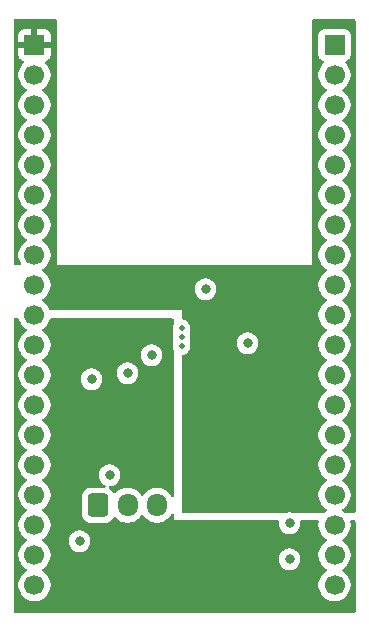
<source format=gbr>
%TF.GenerationSoftware,KiCad,Pcbnew,9.0.1+1*%
%TF.CreationDate,2025-05-03T16:11:17-04:00*%
%TF.ProjectId,lg_hvac_esp32,6c675f68-7661-4635-9f65-737033322e6b,rev?*%
%TF.SameCoordinates,Original*%
%TF.FileFunction,Copper,L3,Inr*%
%TF.FilePolarity,Positive*%
%FSLAX46Y46*%
G04 Gerber Fmt 4.6, Leading zero omitted, Abs format (unit mm)*
G04 Created by KiCad (PCBNEW 9.0.1+1) date 2025-05-03 16:11:17*
%MOMM*%
%LPD*%
G01*
G04 APERTURE LIST*
G04 Aperture macros list*
%AMRoundRect*
0 Rectangle with rounded corners*
0 $1 Rounding radius*
0 $2 $3 $4 $5 $6 $7 $8 $9 X,Y pos of 4 corners*
0 Add a 4 corners polygon primitive as box body*
4,1,4,$2,$3,$4,$5,$6,$7,$8,$9,$2,$3,0*
0 Add four circle primitives for the rounded corners*
1,1,$1+$1,$2,$3*
1,1,$1+$1,$4,$5*
1,1,$1+$1,$6,$7*
1,1,$1+$1,$8,$9*
0 Add four rect primitives between the rounded corners*
20,1,$1+$1,$2,$3,$4,$5,0*
20,1,$1+$1,$4,$5,$6,$7,0*
20,1,$1+$1,$6,$7,$8,$9,0*
20,1,$1+$1,$8,$9,$2,$3,0*%
G04 Aperture macros list end*
%TA.AperFunction,ComponentPad*%
%ADD10O,1.700000X1.950000*%
%TD*%
%TA.AperFunction,ComponentPad*%
%ADD11RoundRect,0.250000X-0.600000X-0.725000X0.600000X-0.725000X0.600000X0.725000X-0.600000X0.725000X0*%
%TD*%
%TA.AperFunction,HeatsinkPad*%
%ADD12C,0.500000*%
%TD*%
%TA.AperFunction,ComponentPad*%
%ADD13R,1.700000X1.700000*%
%TD*%
%TA.AperFunction,ComponentPad*%
%ADD14C,1.700000*%
%TD*%
%TA.AperFunction,ViaPad*%
%ADD15C,0.800000*%
%TD*%
G04 APERTURE END LIST*
D10*
%TO.N,Net-(D1-A)*%
%TO.C,J1*%
X47204000Y-73660000D03*
%TO.N,LINBUS*%
X44704000Y-73660000D03*
D11*
%TO.N,GND*%
X42204000Y-73660000D03*
%TD*%
D12*
%TO.N,GND*%
%TO.C,U1*%
X49276000Y-58686000D03*
X49276000Y-59436000D03*
X49276000Y-60186000D03*
%TD*%
D13*
%TO.N,+3V3*%
%TO.C,J2*%
X36826320Y-34703840D03*
D14*
%TO.N,unconnected-(J2-Pin_2-Pad2)*%
X36826320Y-37243840D03*
%TO.N,unconnected-(J2-Pin_3-Pad3)*%
X36826320Y-39783840D03*
%TO.N,unconnected-(J2-Pin_4-Pad4)*%
X36826320Y-42323840D03*
%TO.N,unconnected-(J2-Pin_5-Pad5)*%
X36826320Y-44863840D03*
%TO.N,unconnected-(J2-Pin_6-Pad6)*%
X36826320Y-47403840D03*
%TO.N,unconnected-(J2-Pin_7-Pad7)*%
X36826320Y-49943840D03*
%TO.N,unconnected-(J2-Pin_8-Pad8)*%
X36826320Y-52483840D03*
%TO.N,TXD*%
X36826320Y-55023840D03*
%TO.N,RXD*%
X36826320Y-57563840D03*
%TO.N,unconnected-(J2-Pin_11-Pad11)*%
X36826320Y-60103840D03*
%TO.N,unconnected-(J2-Pin_12-Pad12)*%
X36826320Y-62643840D03*
%TO.N,unconnected-(J2-Pin_13-Pad13)*%
X36826320Y-65183840D03*
%TO.N,GND*%
X36826320Y-67723840D03*
%TO.N,unconnected-(J2-Pin_15-Pad15)*%
X36826320Y-70263840D03*
%TO.N,unconnected-(J2-Pin_16-Pad16)*%
X36826320Y-72803840D03*
%TO.N,unconnected-(J2-Pin_17-Pad17)*%
X36826320Y-75343840D03*
%TO.N,unconnected-(J2-Pin_18-Pad18)*%
X36826320Y-77883840D03*
%TO.N,unconnected-(J2-Pin_19-Pad19)*%
X36826320Y-80423840D03*
%TD*%
D13*
%TO.N,GND*%
%TO.C,J3*%
X62230000Y-34703840D03*
D14*
%TO.N,unconnected-(J3-Pin_2-Pad2)*%
X62230000Y-37243840D03*
%TO.N,unconnected-(J3-Pin_3-Pad3)*%
X62230000Y-39783840D03*
%TO.N,unconnected-(J3-Pin_4-Pad4)*%
X62230000Y-42323840D03*
%TO.N,unconnected-(J3-Pin_5-Pad5)*%
X62230000Y-44863840D03*
%TO.N,unconnected-(J3-Pin_6-Pad6)*%
X62230000Y-47403840D03*
%TO.N,GND*%
X62230000Y-49943840D03*
%TO.N,unconnected-(J3-Pin_8-Pad8)*%
X62230000Y-52483840D03*
%TO.N,unconnected-(J3-Pin_9-Pad9)*%
X62230000Y-55023840D03*
%TO.N,unconnected-(J3-Pin_10-Pad10)*%
X62230000Y-57563840D03*
%TO.N,unconnected-(J3-Pin_11-Pad11)*%
X62230000Y-60103840D03*
%TO.N,unconnected-(J3-Pin_12-Pad12)*%
X62230000Y-62643840D03*
%TO.N,unconnected-(J3-Pin_13-Pad13)*%
X62230000Y-65183840D03*
%TO.N,unconnected-(J3-Pin_14-Pad14)*%
X62230000Y-67723840D03*
%TO.N,unconnected-(J3-Pin_15-Pad15)*%
X62230000Y-70263840D03*
%TO.N,unconnected-(J3-Pin_16-Pad16)*%
X62230000Y-72803840D03*
%TO.N,unconnected-(J3-Pin_17-Pad17)*%
X62230000Y-75343840D03*
%TO.N,unconnected-(J3-Pin_18-Pad18)*%
X62230000Y-77883840D03*
%TO.N,unconnected-(J3-Pin_19-Pad19)*%
X62230000Y-80423840D03*
%TD*%
D15*
%TO.N,+12V*%
X53848000Y-78740000D03*
X52832000Y-78740000D03*
X52832000Y-75692000D03*
X45720000Y-58420000D03*
X43688000Y-69596000D03*
X45720000Y-59944000D03*
X52832000Y-76708000D03*
X46736000Y-66548000D03*
%TO.N,GND*%
X41656000Y-62992000D03*
X58420000Y-78232000D03*
X46736000Y-60960000D03*
X58420000Y-75184000D03*
X40640000Y-76708000D03*
X44704000Y-62484000D03*
X43180000Y-71120000D03*
X54864000Y-59944000D03*
X51308000Y-55372000D03*
%TO.N,+3V3*%
X51816000Y-67056000D03*
X53340000Y-67564000D03*
X55880000Y-69850000D03*
X49784000Y-61976000D03*
X58420000Y-64008000D03*
X51308000Y-61976000D03*
%TD*%
%TA.AperFunction,Conductor*%
%TO.N,+3V3*%
G36*
X38677121Y-32532502D02*
G01*
X38723614Y-32586158D01*
X38735000Y-32638500D01*
X38735000Y-53340000D01*
X60325000Y-53340000D01*
X60325000Y-32638500D01*
X60345002Y-32570379D01*
X60398658Y-32523886D01*
X60451000Y-32512500D01*
X63881500Y-32512500D01*
X63949621Y-32532502D01*
X63996114Y-32586158D01*
X64007500Y-32638500D01*
X64007500Y-74169000D01*
X63987498Y-74237121D01*
X63933842Y-74283614D01*
X63881500Y-74295000D01*
X63138555Y-74295000D01*
X63117982Y-74288959D01*
X63096571Y-74287800D01*
X63074480Y-74276186D01*
X63070434Y-74274998D01*
X63064802Y-74271159D01*
X63064546Y-74270974D01*
X62942009Y-74181946D01*
X62939356Y-74180594D01*
X62932991Y-74175999D01*
X62914032Y-74151566D01*
X62893283Y-74128636D01*
X62892479Y-74123788D01*
X62889468Y-74119908D01*
X62886728Y-74089106D01*
X62881670Y-74058596D01*
X62883614Y-74054084D01*
X62883179Y-74049190D01*
X62897526Y-74021798D01*
X62909766Y-73993395D01*
X62914596Y-73989209D01*
X62916121Y-73986299D01*
X62921459Y-73983262D01*
X62938130Y-73968818D01*
X62938004Y-73968644D01*
X62940030Y-73967171D01*
X62940920Y-73966401D01*
X62941997Y-73965739D01*
X62942009Y-73965734D01*
X63115004Y-73840046D01*
X63266206Y-73688844D01*
X63391894Y-73515849D01*
X63488972Y-73325323D01*
X63555049Y-73121956D01*
X63588500Y-72910756D01*
X63588500Y-72696924D01*
X63555049Y-72485724D01*
X63488972Y-72282357D01*
X63391894Y-72091831D01*
X63266206Y-71918836D01*
X63266203Y-71918833D01*
X63266201Y-71918830D01*
X63115009Y-71767638D01*
X63115006Y-71767636D01*
X63115004Y-71767634D01*
X62942009Y-71641946D01*
X62942007Y-71641945D01*
X62940920Y-71641279D01*
X62940591Y-71640915D01*
X62938004Y-71639036D01*
X62938398Y-71638492D01*
X62893283Y-71588636D01*
X62881670Y-71518596D01*
X62909766Y-71453395D01*
X62938130Y-71428818D01*
X62938004Y-71428644D01*
X62940030Y-71427171D01*
X62940920Y-71426401D01*
X62941997Y-71425739D01*
X62942009Y-71425734D01*
X63115004Y-71300046D01*
X63266206Y-71148844D01*
X63391894Y-70975849D01*
X63488972Y-70785323D01*
X63555049Y-70581956D01*
X63588500Y-70370756D01*
X63588500Y-70156924D01*
X63555049Y-69945724D01*
X63488972Y-69742357D01*
X63391894Y-69551831D01*
X63266206Y-69378836D01*
X63266203Y-69378833D01*
X63266201Y-69378830D01*
X63115009Y-69227638D01*
X63115006Y-69227636D01*
X63115004Y-69227634D01*
X62942009Y-69101946D01*
X62942007Y-69101945D01*
X62940920Y-69101279D01*
X62940591Y-69100915D01*
X62938004Y-69099036D01*
X62938398Y-69098492D01*
X62893283Y-69048636D01*
X62881670Y-68978596D01*
X62909766Y-68913395D01*
X62938130Y-68888818D01*
X62938004Y-68888644D01*
X62940030Y-68887171D01*
X62940920Y-68886401D01*
X62941997Y-68885739D01*
X62942009Y-68885734D01*
X63115004Y-68760046D01*
X63266206Y-68608844D01*
X63391894Y-68435849D01*
X63488972Y-68245323D01*
X63555049Y-68041956D01*
X63588500Y-67830756D01*
X63588500Y-67616924D01*
X63555049Y-67405724D01*
X63488972Y-67202357D01*
X63391894Y-67011831D01*
X63266206Y-66838836D01*
X63266203Y-66838833D01*
X63266201Y-66838830D01*
X63115009Y-66687638D01*
X63115006Y-66687636D01*
X63115004Y-66687634D01*
X62942009Y-66561946D01*
X62942007Y-66561945D01*
X62940920Y-66561279D01*
X62940591Y-66560915D01*
X62938004Y-66559036D01*
X62938398Y-66558492D01*
X62893283Y-66508636D01*
X62881670Y-66438596D01*
X62909766Y-66373395D01*
X62938130Y-66348818D01*
X62938004Y-66348644D01*
X62940030Y-66347171D01*
X62940920Y-66346401D01*
X62941997Y-66345739D01*
X62942009Y-66345734D01*
X63115004Y-66220046D01*
X63266206Y-66068844D01*
X63391894Y-65895849D01*
X63488972Y-65705323D01*
X63555049Y-65501956D01*
X63588500Y-65290756D01*
X63588500Y-65076924D01*
X63555049Y-64865724D01*
X63488972Y-64662357D01*
X63391894Y-64471831D01*
X63266206Y-64298836D01*
X63266203Y-64298833D01*
X63266201Y-64298830D01*
X63115009Y-64147638D01*
X63115006Y-64147636D01*
X63115004Y-64147634D01*
X62942009Y-64021946D01*
X62942007Y-64021945D01*
X62940920Y-64021279D01*
X62940591Y-64020915D01*
X62938004Y-64019036D01*
X62938398Y-64018492D01*
X62893283Y-63968636D01*
X62881670Y-63898596D01*
X62909766Y-63833395D01*
X62938130Y-63808818D01*
X62938004Y-63808644D01*
X62940030Y-63807171D01*
X62940920Y-63806401D01*
X62941997Y-63805739D01*
X62942009Y-63805734D01*
X63115004Y-63680046D01*
X63266206Y-63528844D01*
X63391894Y-63355849D01*
X63488972Y-63165323D01*
X63555049Y-62961956D01*
X63588500Y-62750756D01*
X63588500Y-62536924D01*
X63555049Y-62325724D01*
X63488972Y-62122357D01*
X63391894Y-61931831D01*
X63266206Y-61758836D01*
X63266203Y-61758833D01*
X63266201Y-61758830D01*
X63115009Y-61607638D01*
X63115006Y-61607636D01*
X63115004Y-61607634D01*
X62942009Y-61481946D01*
X62942007Y-61481945D01*
X62940920Y-61481279D01*
X62940591Y-61480915D01*
X62938004Y-61479036D01*
X62938398Y-61478492D01*
X62893283Y-61428636D01*
X62881670Y-61358596D01*
X62909766Y-61293395D01*
X62938130Y-61268818D01*
X62938004Y-61268644D01*
X62940030Y-61267171D01*
X62940920Y-61266401D01*
X62941997Y-61265739D01*
X62942009Y-61265734D01*
X63115004Y-61140046D01*
X63266206Y-60988844D01*
X63391894Y-60815849D01*
X63488972Y-60625323D01*
X63555049Y-60421956D01*
X63588500Y-60210756D01*
X63588500Y-59996924D01*
X63555049Y-59785724D01*
X63488972Y-59582357D01*
X63391894Y-59391831D01*
X63266206Y-59218836D01*
X63266203Y-59218833D01*
X63266201Y-59218830D01*
X63115009Y-59067638D01*
X63115006Y-59067636D01*
X63115004Y-59067634D01*
X62942009Y-58941946D01*
X62942007Y-58941945D01*
X62940920Y-58941279D01*
X62940591Y-58940915D01*
X62938004Y-58939036D01*
X62938398Y-58938492D01*
X62893283Y-58888636D01*
X62881670Y-58818596D01*
X62909766Y-58753395D01*
X62938130Y-58728818D01*
X62938004Y-58728644D01*
X62940030Y-58727171D01*
X62940920Y-58726401D01*
X62941997Y-58725739D01*
X62942009Y-58725734D01*
X63115004Y-58600046D01*
X63266206Y-58448844D01*
X63391894Y-58275849D01*
X63488972Y-58085323D01*
X63555049Y-57881956D01*
X63588500Y-57670756D01*
X63588500Y-57456924D01*
X63555049Y-57245724D01*
X63488972Y-57042357D01*
X63391894Y-56851831D01*
X63266206Y-56678836D01*
X63266203Y-56678833D01*
X63266201Y-56678830D01*
X63115009Y-56527638D01*
X63115006Y-56527636D01*
X63115004Y-56527634D01*
X62942009Y-56401946D01*
X62942007Y-56401945D01*
X62940920Y-56401279D01*
X62940591Y-56400915D01*
X62938004Y-56399036D01*
X62938398Y-56398492D01*
X62893283Y-56348636D01*
X62881670Y-56278596D01*
X62909766Y-56213395D01*
X62938130Y-56188818D01*
X62938004Y-56188644D01*
X62940030Y-56187171D01*
X62940920Y-56186401D01*
X62941997Y-56185739D01*
X62942009Y-56185734D01*
X63115004Y-56060046D01*
X63266206Y-55908844D01*
X63391894Y-55735849D01*
X63488972Y-55545323D01*
X63555049Y-55341956D01*
X63588500Y-55130756D01*
X63588500Y-54916924D01*
X63555049Y-54705724D01*
X63488972Y-54502357D01*
X63391894Y-54311831D01*
X63266206Y-54138836D01*
X63266203Y-54138833D01*
X63266201Y-54138830D01*
X63115009Y-53987638D01*
X63115006Y-53987636D01*
X63115004Y-53987634D01*
X62942009Y-53861946D01*
X62942007Y-53861945D01*
X62940920Y-53861279D01*
X62940591Y-53860915D01*
X62938004Y-53859036D01*
X62938398Y-53858492D01*
X62893283Y-53808636D01*
X62881670Y-53738596D01*
X62909766Y-53673395D01*
X62938130Y-53648818D01*
X62938004Y-53648644D01*
X62940030Y-53647171D01*
X62940920Y-53646401D01*
X62941997Y-53645739D01*
X62942009Y-53645734D01*
X63115004Y-53520046D01*
X63266206Y-53368844D01*
X63391894Y-53195849D01*
X63488972Y-53005323D01*
X63555049Y-52801956D01*
X63588500Y-52590756D01*
X63588500Y-52376924D01*
X63555049Y-52165724D01*
X63488972Y-51962357D01*
X63391894Y-51771831D01*
X63266206Y-51598836D01*
X63266203Y-51598833D01*
X63266201Y-51598830D01*
X63115009Y-51447638D01*
X63115006Y-51447636D01*
X63115004Y-51447634D01*
X62942009Y-51321946D01*
X62942007Y-51321945D01*
X62940920Y-51321279D01*
X62940591Y-51320915D01*
X62938004Y-51319036D01*
X62938398Y-51318492D01*
X62893283Y-51268636D01*
X62881670Y-51198596D01*
X62909766Y-51133395D01*
X62938130Y-51108818D01*
X62938004Y-51108644D01*
X62940030Y-51107171D01*
X62940920Y-51106401D01*
X62941997Y-51105739D01*
X62942009Y-51105734D01*
X63115004Y-50980046D01*
X63266206Y-50828844D01*
X63391894Y-50655849D01*
X63488972Y-50465323D01*
X63555049Y-50261956D01*
X63588500Y-50050756D01*
X63588500Y-49836924D01*
X63555049Y-49625724D01*
X63488972Y-49422357D01*
X63391894Y-49231831D01*
X63266206Y-49058836D01*
X63266203Y-49058833D01*
X63266201Y-49058830D01*
X63115009Y-48907638D01*
X63115006Y-48907636D01*
X63115004Y-48907634D01*
X62942009Y-48781946D01*
X62942007Y-48781945D01*
X62940920Y-48781279D01*
X62940591Y-48780915D01*
X62938004Y-48779036D01*
X62938398Y-48778492D01*
X62893283Y-48728636D01*
X62881670Y-48658596D01*
X62909766Y-48593395D01*
X62938130Y-48568818D01*
X62938004Y-48568644D01*
X62940030Y-48567171D01*
X62940920Y-48566401D01*
X62941997Y-48565739D01*
X62942009Y-48565734D01*
X63115004Y-48440046D01*
X63266206Y-48288844D01*
X63391894Y-48115849D01*
X63488972Y-47925323D01*
X63555049Y-47721956D01*
X63588500Y-47510756D01*
X63588500Y-47296924D01*
X63555049Y-47085724D01*
X63488972Y-46882357D01*
X63391894Y-46691831D01*
X63266206Y-46518836D01*
X63266203Y-46518833D01*
X63266201Y-46518830D01*
X63115009Y-46367638D01*
X63115006Y-46367636D01*
X63115004Y-46367634D01*
X62942009Y-46241946D01*
X62942007Y-46241945D01*
X62940920Y-46241279D01*
X62940591Y-46240915D01*
X62938004Y-46239036D01*
X62938398Y-46238492D01*
X62893283Y-46188636D01*
X62881670Y-46118596D01*
X62909766Y-46053395D01*
X62938130Y-46028818D01*
X62938004Y-46028644D01*
X62940030Y-46027171D01*
X62940920Y-46026401D01*
X62941997Y-46025739D01*
X62942009Y-46025734D01*
X63115004Y-45900046D01*
X63266206Y-45748844D01*
X63391894Y-45575849D01*
X63488972Y-45385323D01*
X63555049Y-45181956D01*
X63588500Y-44970756D01*
X63588500Y-44756924D01*
X63555049Y-44545724D01*
X63488972Y-44342357D01*
X63391894Y-44151831D01*
X63266206Y-43978836D01*
X63266203Y-43978833D01*
X63266201Y-43978830D01*
X63115009Y-43827638D01*
X63115006Y-43827636D01*
X63115004Y-43827634D01*
X62942009Y-43701946D01*
X62942007Y-43701945D01*
X62940920Y-43701279D01*
X62940591Y-43700915D01*
X62938004Y-43699036D01*
X62938398Y-43698492D01*
X62893283Y-43648636D01*
X62881670Y-43578596D01*
X62909766Y-43513395D01*
X62938130Y-43488818D01*
X62938004Y-43488644D01*
X62940030Y-43487171D01*
X62940920Y-43486401D01*
X62941997Y-43485739D01*
X62942009Y-43485734D01*
X63115004Y-43360046D01*
X63266206Y-43208844D01*
X63391894Y-43035849D01*
X63488972Y-42845323D01*
X63555049Y-42641956D01*
X63588500Y-42430756D01*
X63588500Y-42216924D01*
X63555049Y-42005724D01*
X63488972Y-41802357D01*
X63391894Y-41611831D01*
X63266206Y-41438836D01*
X63266203Y-41438833D01*
X63266201Y-41438830D01*
X63115009Y-41287638D01*
X63115006Y-41287636D01*
X63115004Y-41287634D01*
X62942009Y-41161946D01*
X62942007Y-41161945D01*
X62940920Y-41161279D01*
X62940591Y-41160915D01*
X62938004Y-41159036D01*
X62938398Y-41158492D01*
X62893283Y-41108636D01*
X62881670Y-41038596D01*
X62909766Y-40973395D01*
X62938130Y-40948818D01*
X62938004Y-40948644D01*
X62940030Y-40947171D01*
X62940920Y-40946401D01*
X62941997Y-40945739D01*
X62942009Y-40945734D01*
X63115004Y-40820046D01*
X63266206Y-40668844D01*
X63391894Y-40495849D01*
X63488972Y-40305323D01*
X63555049Y-40101956D01*
X63588500Y-39890756D01*
X63588500Y-39676924D01*
X63555049Y-39465724D01*
X63488972Y-39262357D01*
X63391894Y-39071831D01*
X63266206Y-38898836D01*
X63266203Y-38898833D01*
X63266201Y-38898830D01*
X63115009Y-38747638D01*
X63115006Y-38747636D01*
X63115004Y-38747634D01*
X62942009Y-38621946D01*
X62942007Y-38621945D01*
X62940920Y-38621279D01*
X62940591Y-38620915D01*
X62938004Y-38619036D01*
X62938398Y-38618492D01*
X62893283Y-38568636D01*
X62881670Y-38498596D01*
X62909766Y-38433395D01*
X62938130Y-38408818D01*
X62938004Y-38408644D01*
X62940030Y-38407171D01*
X62940920Y-38406401D01*
X62941997Y-38405739D01*
X62942009Y-38405734D01*
X63115004Y-38280046D01*
X63266206Y-38128844D01*
X63391894Y-37955849D01*
X63488972Y-37765323D01*
X63555049Y-37561956D01*
X63588500Y-37350756D01*
X63588500Y-37136924D01*
X63555049Y-36925724D01*
X63488972Y-36722357D01*
X63391894Y-36531831D01*
X63266206Y-36358836D01*
X63266203Y-36358833D01*
X63266201Y-36358830D01*
X63163229Y-36255858D01*
X63129203Y-36193546D01*
X63134268Y-36122731D01*
X63176815Y-36065895D01*
X63208284Y-36048711D01*
X63326204Y-36004729D01*
X63326799Y-36004284D01*
X63443261Y-35917101D01*
X63530887Y-35800047D01*
X63530887Y-35800046D01*
X63530889Y-35800044D01*
X63581989Y-35663041D01*
X63588500Y-35602478D01*
X63588500Y-33805202D01*
X63582001Y-33744746D01*
X63581990Y-33744643D01*
X63581988Y-33744635D01*
X63530978Y-33607875D01*
X63530889Y-33607636D01*
X63530888Y-33607634D01*
X63530887Y-33607632D01*
X63443261Y-33490578D01*
X63326207Y-33402952D01*
X63326202Y-33402950D01*
X63189204Y-33351851D01*
X63189196Y-33351849D01*
X63128649Y-33345340D01*
X63128638Y-33345340D01*
X61331362Y-33345340D01*
X61331350Y-33345340D01*
X61270803Y-33351849D01*
X61270795Y-33351851D01*
X61133797Y-33402950D01*
X61133792Y-33402952D01*
X61016738Y-33490578D01*
X60929112Y-33607632D01*
X60929110Y-33607637D01*
X60878011Y-33744635D01*
X60878009Y-33744643D01*
X60871500Y-33805190D01*
X60871500Y-35602489D01*
X60878009Y-35663036D01*
X60878011Y-35663044D01*
X60929110Y-35800042D01*
X60929112Y-35800047D01*
X61016738Y-35917101D01*
X61133791Y-36004726D01*
X61133792Y-36004726D01*
X61133796Y-36004729D01*
X61251711Y-36048709D01*
X61308543Y-36091254D01*
X61333354Y-36157774D01*
X61318263Y-36227148D01*
X61296771Y-36255858D01*
X61193794Y-36358835D01*
X61068108Y-36531827D01*
X60971029Y-36722355D01*
X60971026Y-36722361D01*
X60904952Y-36925718D01*
X60904951Y-36925723D01*
X60904951Y-36925724D01*
X60871500Y-37136924D01*
X60871500Y-37350756D01*
X60904951Y-37561956D01*
X60904952Y-37561961D01*
X60971026Y-37765318D01*
X60971028Y-37765323D01*
X61068106Y-37955849D01*
X61193794Y-38128844D01*
X61193796Y-38128846D01*
X61193798Y-38128849D01*
X61344990Y-38280041D01*
X61344993Y-38280043D01*
X61344996Y-38280046D01*
X61517991Y-38405734D01*
X61517996Y-38405736D01*
X61519088Y-38406406D01*
X61519418Y-38406771D01*
X61521996Y-38408644D01*
X61521602Y-38409185D01*
X61566721Y-38459053D01*
X61578328Y-38529095D01*
X61550226Y-38594293D01*
X61521870Y-38618863D01*
X61521996Y-38619036D01*
X61519982Y-38620498D01*
X61519088Y-38621274D01*
X61517987Y-38621948D01*
X61344993Y-38747636D01*
X61344990Y-38747638D01*
X61193798Y-38898830D01*
X61193796Y-38898833D01*
X61068108Y-39071827D01*
X60971029Y-39262355D01*
X60971026Y-39262361D01*
X60904952Y-39465718D01*
X60904951Y-39465723D01*
X60904951Y-39465724D01*
X60871500Y-39676924D01*
X60871500Y-39890756D01*
X60904951Y-40101956D01*
X60904952Y-40101961D01*
X60971026Y-40305318D01*
X60971028Y-40305323D01*
X61068106Y-40495849D01*
X61193794Y-40668844D01*
X61193796Y-40668846D01*
X61193798Y-40668849D01*
X61344990Y-40820041D01*
X61344993Y-40820043D01*
X61344996Y-40820046D01*
X61517991Y-40945734D01*
X61517996Y-40945736D01*
X61519088Y-40946406D01*
X61519418Y-40946771D01*
X61521996Y-40948644D01*
X61521602Y-40949185D01*
X61566721Y-40999053D01*
X61578328Y-41069095D01*
X61550226Y-41134293D01*
X61521870Y-41158863D01*
X61521996Y-41159036D01*
X61519982Y-41160498D01*
X61519088Y-41161274D01*
X61517987Y-41161948D01*
X61344993Y-41287636D01*
X61344990Y-41287638D01*
X61193798Y-41438830D01*
X61193796Y-41438833D01*
X61068108Y-41611827D01*
X60971029Y-41802355D01*
X60971026Y-41802361D01*
X60904952Y-42005718D01*
X60904951Y-42005723D01*
X60904951Y-42005724D01*
X60871500Y-42216924D01*
X60871500Y-42430756D01*
X60904951Y-42641956D01*
X60904952Y-42641961D01*
X60971026Y-42845318D01*
X60971028Y-42845323D01*
X61068106Y-43035849D01*
X61193794Y-43208844D01*
X61193796Y-43208846D01*
X61193798Y-43208849D01*
X61344990Y-43360041D01*
X61344993Y-43360043D01*
X61344996Y-43360046D01*
X61517991Y-43485734D01*
X61517996Y-43485736D01*
X61519088Y-43486406D01*
X61519418Y-43486771D01*
X61521996Y-43488644D01*
X61521602Y-43489185D01*
X61566721Y-43539053D01*
X61578328Y-43609095D01*
X61550226Y-43674293D01*
X61521870Y-43698863D01*
X61521996Y-43699036D01*
X61519982Y-43700498D01*
X61519088Y-43701274D01*
X61517987Y-43701948D01*
X61344993Y-43827636D01*
X61344990Y-43827638D01*
X61193798Y-43978830D01*
X61193796Y-43978833D01*
X61068108Y-44151827D01*
X60971029Y-44342355D01*
X60971026Y-44342361D01*
X60904952Y-44545718D01*
X60904951Y-44545723D01*
X60904951Y-44545724D01*
X60871500Y-44756924D01*
X60871500Y-44970756D01*
X60904951Y-45181956D01*
X60904952Y-45181961D01*
X60971026Y-45385318D01*
X60971028Y-45385323D01*
X61068106Y-45575849D01*
X61193794Y-45748844D01*
X61193796Y-45748846D01*
X61193798Y-45748849D01*
X61344990Y-45900041D01*
X61344993Y-45900043D01*
X61344996Y-45900046D01*
X61517991Y-46025734D01*
X61517996Y-46025736D01*
X61519088Y-46026406D01*
X61519418Y-46026771D01*
X61521996Y-46028644D01*
X61521602Y-46029185D01*
X61566721Y-46079053D01*
X61578328Y-46149095D01*
X61550226Y-46214293D01*
X61521870Y-46238863D01*
X61521996Y-46239036D01*
X61519982Y-46240498D01*
X61519088Y-46241274D01*
X61517987Y-46241948D01*
X61344993Y-46367636D01*
X61344990Y-46367638D01*
X61193798Y-46518830D01*
X61193796Y-46518833D01*
X61068108Y-46691827D01*
X60971029Y-46882355D01*
X60971026Y-46882361D01*
X60904952Y-47085718D01*
X60904951Y-47085723D01*
X60904951Y-47085724D01*
X60871500Y-47296924D01*
X60871500Y-47510756D01*
X60904951Y-47721956D01*
X60904952Y-47721961D01*
X60971026Y-47925318D01*
X60971028Y-47925323D01*
X61068106Y-48115849D01*
X61193794Y-48288844D01*
X61193796Y-48288846D01*
X61193798Y-48288849D01*
X61344990Y-48440041D01*
X61344993Y-48440043D01*
X61344996Y-48440046D01*
X61517991Y-48565734D01*
X61517996Y-48565736D01*
X61519088Y-48566406D01*
X61519418Y-48566771D01*
X61521996Y-48568644D01*
X61521602Y-48569185D01*
X61566721Y-48619053D01*
X61578328Y-48689095D01*
X61550226Y-48754293D01*
X61521870Y-48778863D01*
X61521996Y-48779036D01*
X61519982Y-48780498D01*
X61519088Y-48781274D01*
X61517987Y-48781948D01*
X61344993Y-48907636D01*
X61344990Y-48907638D01*
X61193798Y-49058830D01*
X61193796Y-49058833D01*
X61068108Y-49231827D01*
X60971029Y-49422355D01*
X60971026Y-49422361D01*
X60904952Y-49625718D01*
X60904951Y-49625723D01*
X60904951Y-49625724D01*
X60871500Y-49836924D01*
X60871500Y-50050756D01*
X60904951Y-50261956D01*
X60904952Y-50261961D01*
X60971026Y-50465318D01*
X60971028Y-50465323D01*
X61068106Y-50655849D01*
X61193794Y-50828844D01*
X61193796Y-50828846D01*
X61193798Y-50828849D01*
X61344990Y-50980041D01*
X61344993Y-50980043D01*
X61344996Y-50980046D01*
X61517991Y-51105734D01*
X61517996Y-51105736D01*
X61519088Y-51106406D01*
X61519418Y-51106771D01*
X61521996Y-51108644D01*
X61521602Y-51109185D01*
X61566721Y-51159053D01*
X61578328Y-51229095D01*
X61550226Y-51294293D01*
X61521870Y-51318863D01*
X61521996Y-51319036D01*
X61519982Y-51320498D01*
X61519088Y-51321274D01*
X61517987Y-51321948D01*
X61344993Y-51447636D01*
X61344990Y-51447638D01*
X61193798Y-51598830D01*
X61193796Y-51598833D01*
X61068108Y-51771827D01*
X60971029Y-51962355D01*
X60971026Y-51962361D01*
X60904952Y-52165718D01*
X60904951Y-52165723D01*
X60904951Y-52165724D01*
X60871500Y-52376924D01*
X60871500Y-52590756D01*
X60904951Y-52801956D01*
X60904952Y-52801961D01*
X60971026Y-53005318D01*
X60971028Y-53005323D01*
X61068106Y-53195849D01*
X61193794Y-53368844D01*
X61193796Y-53368846D01*
X61193798Y-53368849D01*
X61344990Y-53520041D01*
X61344993Y-53520043D01*
X61344996Y-53520046D01*
X61517991Y-53645734D01*
X61517996Y-53645736D01*
X61519088Y-53646406D01*
X61519418Y-53646771D01*
X61521996Y-53648644D01*
X61521602Y-53649185D01*
X61566721Y-53699053D01*
X61578328Y-53769095D01*
X61550226Y-53834293D01*
X61521870Y-53858863D01*
X61521996Y-53859036D01*
X61519982Y-53860498D01*
X61519088Y-53861274D01*
X61517987Y-53861948D01*
X61344993Y-53987636D01*
X61344990Y-53987638D01*
X61193798Y-54138830D01*
X61193796Y-54138833D01*
X61068108Y-54311827D01*
X60971029Y-54502355D01*
X60971026Y-54502361D01*
X60904952Y-54705718D01*
X60904951Y-54705723D01*
X60904951Y-54705724D01*
X60871500Y-54916924D01*
X60871500Y-55130756D01*
X60895538Y-55282522D01*
X60904952Y-55341961D01*
X60943786Y-55461481D01*
X60971028Y-55545323D01*
X61068106Y-55735849D01*
X61193794Y-55908844D01*
X61193796Y-55908846D01*
X61193798Y-55908849D01*
X61344990Y-56060041D01*
X61344993Y-56060043D01*
X61344996Y-56060046D01*
X61517991Y-56185734D01*
X61517996Y-56185736D01*
X61519088Y-56186406D01*
X61519418Y-56186771D01*
X61521996Y-56188644D01*
X61521602Y-56189185D01*
X61566721Y-56239053D01*
X61578328Y-56309095D01*
X61550226Y-56374293D01*
X61521870Y-56398863D01*
X61521996Y-56399036D01*
X61519982Y-56400498D01*
X61519088Y-56401274D01*
X61517987Y-56401948D01*
X61344993Y-56527636D01*
X61344990Y-56527638D01*
X61193798Y-56678830D01*
X61193796Y-56678833D01*
X61068108Y-56851827D01*
X60971029Y-57042355D01*
X60971026Y-57042361D01*
X60904952Y-57245718D01*
X60904951Y-57245723D01*
X60904951Y-57245724D01*
X60871500Y-57456924D01*
X60871500Y-57670756D01*
X60893433Y-57809234D01*
X60904952Y-57881961D01*
X60971026Y-58085318D01*
X60971028Y-58085323D01*
X61068106Y-58275849D01*
X61193794Y-58448844D01*
X61193796Y-58448846D01*
X61193798Y-58448849D01*
X61344990Y-58600041D01*
X61344993Y-58600043D01*
X61344996Y-58600046D01*
X61517991Y-58725734D01*
X61517996Y-58725736D01*
X61519088Y-58726406D01*
X61519418Y-58726771D01*
X61521996Y-58728644D01*
X61521602Y-58729185D01*
X61566721Y-58779053D01*
X61578328Y-58849095D01*
X61550226Y-58914293D01*
X61521870Y-58938863D01*
X61521996Y-58939036D01*
X61519982Y-58940498D01*
X61519088Y-58941274D01*
X61517987Y-58941948D01*
X61344993Y-59067636D01*
X61344990Y-59067638D01*
X61193798Y-59218830D01*
X61193796Y-59218833D01*
X61068108Y-59391827D01*
X60971029Y-59582355D01*
X60971026Y-59582361D01*
X60904952Y-59785718D01*
X60904951Y-59785723D01*
X60904951Y-59785724D01*
X60871500Y-59996924D01*
X60871500Y-60210756D01*
X60879412Y-60260709D01*
X60904952Y-60421961D01*
X60945022Y-60545284D01*
X60971028Y-60625323D01*
X61068106Y-60815849D01*
X61193794Y-60988844D01*
X61193796Y-60988846D01*
X61193798Y-60988849D01*
X61344990Y-61140041D01*
X61344993Y-61140043D01*
X61344996Y-61140046D01*
X61517991Y-61265734D01*
X61517996Y-61265736D01*
X61519088Y-61266406D01*
X61519418Y-61266771D01*
X61521996Y-61268644D01*
X61521602Y-61269185D01*
X61566721Y-61319053D01*
X61578328Y-61389095D01*
X61550226Y-61454293D01*
X61521870Y-61478863D01*
X61521996Y-61479036D01*
X61519982Y-61480498D01*
X61519088Y-61481274D01*
X61517987Y-61481948D01*
X61344993Y-61607636D01*
X61344990Y-61607638D01*
X61193798Y-61758830D01*
X61193796Y-61758833D01*
X61068108Y-61931827D01*
X60971029Y-62122355D01*
X60971026Y-62122361D01*
X60904952Y-62325718D01*
X60904951Y-62325723D01*
X60904951Y-62325724D01*
X60871500Y-62536924D01*
X60871500Y-62750756D01*
X60897409Y-62914336D01*
X60904952Y-62961961D01*
X60971026Y-63165318D01*
X60971028Y-63165323D01*
X61068106Y-63355849D01*
X61193794Y-63528844D01*
X61193796Y-63528846D01*
X61193798Y-63528849D01*
X61344990Y-63680041D01*
X61344993Y-63680043D01*
X61344996Y-63680046D01*
X61517991Y-63805734D01*
X61517996Y-63805736D01*
X61519088Y-63806406D01*
X61519418Y-63806771D01*
X61521996Y-63808644D01*
X61521602Y-63809185D01*
X61566721Y-63859053D01*
X61578328Y-63929095D01*
X61550226Y-63994293D01*
X61521870Y-64018863D01*
X61521996Y-64019036D01*
X61519982Y-64020498D01*
X61519088Y-64021274D01*
X61517987Y-64021948D01*
X61344993Y-64147636D01*
X61344990Y-64147638D01*
X61193798Y-64298830D01*
X61193796Y-64298833D01*
X61068108Y-64471827D01*
X60971029Y-64662355D01*
X60971026Y-64662361D01*
X60904952Y-64865718D01*
X60904951Y-64865723D01*
X60904951Y-64865724D01*
X60871500Y-65076924D01*
X60871500Y-65290756D01*
X60904951Y-65501956D01*
X60904952Y-65501961D01*
X60971026Y-65705318D01*
X60971028Y-65705323D01*
X61068106Y-65895849D01*
X61193794Y-66068844D01*
X61193796Y-66068846D01*
X61193798Y-66068849D01*
X61344990Y-66220041D01*
X61344993Y-66220043D01*
X61344996Y-66220046D01*
X61517991Y-66345734D01*
X61517996Y-66345736D01*
X61519088Y-66346406D01*
X61519418Y-66346771D01*
X61521996Y-66348644D01*
X61521602Y-66349185D01*
X61566721Y-66399053D01*
X61578328Y-66469095D01*
X61550226Y-66534293D01*
X61521870Y-66558863D01*
X61521996Y-66559036D01*
X61519982Y-66560498D01*
X61519088Y-66561274D01*
X61517987Y-66561948D01*
X61344993Y-66687636D01*
X61344990Y-66687638D01*
X61193798Y-66838830D01*
X61193796Y-66838833D01*
X61068108Y-67011827D01*
X60971029Y-67202355D01*
X60971026Y-67202361D01*
X60904952Y-67405718D01*
X60904951Y-67405723D01*
X60904951Y-67405724D01*
X60871500Y-67616924D01*
X60871500Y-67830756D01*
X60904951Y-68041956D01*
X60904952Y-68041961D01*
X60971026Y-68245318D01*
X60971028Y-68245323D01*
X61068106Y-68435849D01*
X61193794Y-68608844D01*
X61193796Y-68608846D01*
X61193798Y-68608849D01*
X61344990Y-68760041D01*
X61344993Y-68760043D01*
X61344996Y-68760046D01*
X61517991Y-68885734D01*
X61517996Y-68885736D01*
X61519088Y-68886406D01*
X61519418Y-68886771D01*
X61521996Y-68888644D01*
X61521602Y-68889185D01*
X61566721Y-68939053D01*
X61578328Y-69009095D01*
X61550226Y-69074293D01*
X61521870Y-69098863D01*
X61521996Y-69099036D01*
X61519982Y-69100498D01*
X61519088Y-69101274D01*
X61517987Y-69101948D01*
X61344993Y-69227636D01*
X61344990Y-69227638D01*
X61193798Y-69378830D01*
X61193796Y-69378833D01*
X61068108Y-69551827D01*
X60971029Y-69742355D01*
X60971026Y-69742361D01*
X60904952Y-69945718D01*
X60904951Y-69945723D01*
X60904951Y-69945724D01*
X60871500Y-70156924D01*
X60871500Y-70370756D01*
X60898443Y-70540865D01*
X60904952Y-70581961D01*
X60971026Y-70785318D01*
X60971028Y-70785323D01*
X61068106Y-70975849D01*
X61193794Y-71148844D01*
X61193796Y-71148846D01*
X61193798Y-71148849D01*
X61344990Y-71300041D01*
X61344993Y-71300043D01*
X61344996Y-71300046D01*
X61517991Y-71425734D01*
X61517996Y-71425736D01*
X61519088Y-71426406D01*
X61519418Y-71426771D01*
X61521996Y-71428644D01*
X61521602Y-71429185D01*
X61566721Y-71479053D01*
X61578328Y-71549095D01*
X61550226Y-71614293D01*
X61521870Y-71638863D01*
X61521996Y-71639036D01*
X61519982Y-71640498D01*
X61519088Y-71641274D01*
X61517987Y-71641948D01*
X61344993Y-71767636D01*
X61344990Y-71767638D01*
X61193798Y-71918830D01*
X61193796Y-71918833D01*
X61068108Y-72091827D01*
X60971029Y-72282355D01*
X60971026Y-72282361D01*
X60904952Y-72485718D01*
X60904951Y-72485723D01*
X60904951Y-72485724D01*
X60871500Y-72696924D01*
X60871500Y-72910756D01*
X60884987Y-72995908D01*
X60904952Y-73121961D01*
X60971026Y-73325318D01*
X60971028Y-73325323D01*
X61068106Y-73515849D01*
X61193794Y-73688844D01*
X61193796Y-73688846D01*
X61193798Y-73688849D01*
X61344990Y-73840041D01*
X61344993Y-73840043D01*
X61344996Y-73840046D01*
X61517991Y-73965734D01*
X61517996Y-73965736D01*
X61519088Y-73966406D01*
X61519418Y-73966771D01*
X61521996Y-73968644D01*
X61521602Y-73969185D01*
X61541583Y-73991269D01*
X61564870Y-74015376D01*
X61565287Y-74017468D01*
X61566721Y-74019053D01*
X61572202Y-74052130D01*
X61578760Y-74085001D01*
X61577979Y-74086989D01*
X61578328Y-74089095D01*
X61565057Y-74119882D01*
X61552802Y-74151082D01*
X61550860Y-74152820D01*
X61550226Y-74154293D01*
X61527008Y-74175999D01*
X61520640Y-74180596D01*
X61517991Y-74181946D01*
X61395454Y-74270973D01*
X61395198Y-74271159D01*
X61361894Y-74282928D01*
X61328638Y-74294795D01*
X61328290Y-74294804D01*
X61328259Y-74294816D01*
X61328220Y-74294806D01*
X61321445Y-74295000D01*
X58619923Y-74295000D01*
X58595342Y-74292579D01*
X58571316Y-74287800D01*
X58509481Y-74275500D01*
X58509479Y-74275500D01*
X58330521Y-74275500D01*
X58330518Y-74275500D01*
X58268684Y-74287800D01*
X58244657Y-74292579D01*
X58220077Y-74295000D01*
X49402000Y-74295000D01*
X49333879Y-74274998D01*
X49287386Y-74221342D01*
X49276000Y-74169000D01*
X49276000Y-61062765D01*
X49296002Y-60994644D01*
X49349658Y-60948151D01*
X49377413Y-60939187D01*
X49497246Y-60915351D01*
X49635284Y-60858174D01*
X49759516Y-60775165D01*
X49865165Y-60669516D01*
X49948174Y-60545284D01*
X50005351Y-60407246D01*
X50034500Y-60260706D01*
X50034500Y-60111294D01*
X50005351Y-59964754D01*
X50005349Y-59964749D01*
X50005348Y-59964745D01*
X49977111Y-59896576D01*
X49977108Y-59896571D01*
X49961635Y-59859215D01*
X49961130Y-59854518D01*
X53955500Y-59854518D01*
X53955500Y-60033481D01*
X53990414Y-60209003D01*
X53991140Y-60210756D01*
X54058898Y-60374336D01*
X54158322Y-60523135D01*
X54284865Y-60649678D01*
X54433664Y-60749102D01*
X54599000Y-60817587D01*
X54774521Y-60852500D01*
X54774522Y-60852500D01*
X54953478Y-60852500D01*
X54953479Y-60852500D01*
X55129000Y-60817587D01*
X55294336Y-60749102D01*
X55443135Y-60649678D01*
X55569678Y-60523135D01*
X55669102Y-60374336D01*
X55737587Y-60209000D01*
X55772500Y-60033479D01*
X55772500Y-59854521D01*
X55737587Y-59679000D01*
X55669102Y-59513664D01*
X55569678Y-59364865D01*
X55443135Y-59238322D01*
X55294336Y-59138898D01*
X55144217Y-59076716D01*
X55129003Y-59070414D01*
X55129001Y-59070413D01*
X55129000Y-59070413D01*
X55040645Y-59052838D01*
X54953481Y-59035500D01*
X54953479Y-59035500D01*
X54774521Y-59035500D01*
X54774518Y-59035500D01*
X54646323Y-59061000D01*
X54599000Y-59070413D01*
X54598999Y-59070413D01*
X54598996Y-59070414D01*
X54433662Y-59138899D01*
X54284869Y-59238319D01*
X54284862Y-59238324D01*
X54158324Y-59364862D01*
X54158319Y-59364869D01*
X54058899Y-59513662D01*
X53990414Y-59678996D01*
X53955500Y-59854518D01*
X49961130Y-59854518D01*
X49954047Y-59788628D01*
X49961633Y-59762790D01*
X50005351Y-59657246D01*
X50034500Y-59510706D01*
X50034500Y-59361294D01*
X50005351Y-59214754D01*
X49961635Y-59109215D01*
X49954047Y-59038629D01*
X49961633Y-59012790D01*
X50005351Y-58907246D01*
X50034500Y-58760706D01*
X50034500Y-58611294D01*
X50005351Y-58464754D01*
X49948174Y-58326716D01*
X49865165Y-58202484D01*
X49759516Y-58096835D01*
X49635284Y-58013826D01*
X49576952Y-57989664D01*
X49497249Y-57956650D01*
X49497246Y-57956649D01*
X49377418Y-57932813D01*
X49314508Y-57899905D01*
X49279377Y-57838209D01*
X49276000Y-57809234D01*
X49276000Y-57150000D01*
X38211811Y-57150000D01*
X38143690Y-57129998D01*
X38097197Y-57076342D01*
X38091978Y-57062935D01*
X38085294Y-57042364D01*
X38085293Y-57042361D01*
X38085292Y-57042357D01*
X37988214Y-56851831D01*
X37862526Y-56678836D01*
X37862523Y-56678833D01*
X37862521Y-56678830D01*
X37711329Y-56527638D01*
X37711326Y-56527636D01*
X37711324Y-56527634D01*
X37538329Y-56401946D01*
X37538327Y-56401945D01*
X37537240Y-56401279D01*
X37536911Y-56400915D01*
X37534324Y-56399036D01*
X37534718Y-56398492D01*
X37489603Y-56348636D01*
X37477990Y-56278596D01*
X37506086Y-56213395D01*
X37534450Y-56188818D01*
X37534324Y-56188644D01*
X37536350Y-56187171D01*
X37537240Y-56186401D01*
X37538317Y-56185739D01*
X37538329Y-56185734D01*
X37711324Y-56060046D01*
X37862526Y-55908844D01*
X37988214Y-55735849D01*
X38085292Y-55545323D01*
X38151369Y-55341956D01*
X38160783Y-55282518D01*
X50399500Y-55282518D01*
X50399500Y-55282521D01*
X50399500Y-55461479D01*
X50434413Y-55637000D01*
X50502898Y-55802336D01*
X50602322Y-55951135D01*
X50728865Y-56077678D01*
X50877664Y-56177102D01*
X51043000Y-56245587D01*
X51218521Y-56280500D01*
X51218522Y-56280500D01*
X51397478Y-56280500D01*
X51397479Y-56280500D01*
X51573000Y-56245587D01*
X51738336Y-56177102D01*
X51887135Y-56077678D01*
X52013678Y-55951135D01*
X52113102Y-55802336D01*
X52181587Y-55637000D01*
X52216500Y-55461479D01*
X52216500Y-55282521D01*
X52181587Y-55107000D01*
X52113102Y-54941664D01*
X52013678Y-54792865D01*
X51887135Y-54666322D01*
X51738336Y-54566898D01*
X51621429Y-54518473D01*
X51573003Y-54498414D01*
X51573001Y-54498413D01*
X51573000Y-54498413D01*
X51484645Y-54480838D01*
X51397481Y-54463500D01*
X51397479Y-54463500D01*
X51218521Y-54463500D01*
X51218518Y-54463500D01*
X51087771Y-54489507D01*
X51043000Y-54498413D01*
X51042999Y-54498413D01*
X51042996Y-54498414D01*
X50877662Y-54566899D01*
X50728869Y-54666319D01*
X50728862Y-54666324D01*
X50602324Y-54792862D01*
X50602319Y-54792869D01*
X50502899Y-54941662D01*
X50434414Y-55106996D01*
X50434413Y-55106999D01*
X50434413Y-55107000D01*
X50429688Y-55130756D01*
X50399500Y-55282518D01*
X38160783Y-55282518D01*
X38184820Y-55130756D01*
X38184820Y-54916924D01*
X38151369Y-54705724D01*
X38085292Y-54502357D01*
X37988214Y-54311831D01*
X37862526Y-54138836D01*
X37862523Y-54138833D01*
X37862521Y-54138830D01*
X37711329Y-53987638D01*
X37711326Y-53987636D01*
X37711324Y-53987634D01*
X37538329Y-53861946D01*
X37538327Y-53861945D01*
X37537240Y-53861279D01*
X37536911Y-53860915D01*
X37534324Y-53859036D01*
X37534718Y-53858492D01*
X37489603Y-53808636D01*
X37477990Y-53738596D01*
X37506086Y-53673395D01*
X37534450Y-53648818D01*
X37534324Y-53648644D01*
X37536350Y-53647171D01*
X37537240Y-53646401D01*
X37538317Y-53645739D01*
X37538329Y-53645734D01*
X37711324Y-53520046D01*
X37862526Y-53368844D01*
X37988214Y-53195849D01*
X38085292Y-53005323D01*
X38151369Y-52801956D01*
X38184820Y-52590756D01*
X38184820Y-52376924D01*
X38151369Y-52165724D01*
X38085292Y-51962357D01*
X37988214Y-51771831D01*
X37862526Y-51598836D01*
X37862523Y-51598833D01*
X37862521Y-51598830D01*
X37711329Y-51447638D01*
X37711326Y-51447636D01*
X37711324Y-51447634D01*
X37538329Y-51321946D01*
X37538327Y-51321945D01*
X37537240Y-51321279D01*
X37536911Y-51320915D01*
X37534324Y-51319036D01*
X37534718Y-51318492D01*
X37489603Y-51268636D01*
X37477990Y-51198596D01*
X37506086Y-51133395D01*
X37534450Y-51108818D01*
X37534324Y-51108644D01*
X37536350Y-51107171D01*
X37537240Y-51106401D01*
X37538317Y-51105739D01*
X37538329Y-51105734D01*
X37711324Y-50980046D01*
X37862526Y-50828844D01*
X37988214Y-50655849D01*
X38085292Y-50465323D01*
X38151369Y-50261956D01*
X38184820Y-50050756D01*
X38184820Y-49836924D01*
X38151369Y-49625724D01*
X38085292Y-49422357D01*
X37988214Y-49231831D01*
X37862526Y-49058836D01*
X37862523Y-49058833D01*
X37862521Y-49058830D01*
X37711329Y-48907638D01*
X37711326Y-48907636D01*
X37711324Y-48907634D01*
X37538329Y-48781946D01*
X37538327Y-48781945D01*
X37537240Y-48781279D01*
X37536911Y-48780915D01*
X37534324Y-48779036D01*
X37534718Y-48778492D01*
X37489603Y-48728636D01*
X37477990Y-48658596D01*
X37506086Y-48593395D01*
X37534450Y-48568818D01*
X37534324Y-48568644D01*
X37536350Y-48567171D01*
X37537240Y-48566401D01*
X37538317Y-48565739D01*
X37538329Y-48565734D01*
X37711324Y-48440046D01*
X37862526Y-48288844D01*
X37988214Y-48115849D01*
X38085292Y-47925323D01*
X38151369Y-47721956D01*
X38184820Y-47510756D01*
X38184820Y-47296924D01*
X38151369Y-47085724D01*
X38085292Y-46882357D01*
X37988214Y-46691831D01*
X37862526Y-46518836D01*
X37862523Y-46518833D01*
X37862521Y-46518830D01*
X37711329Y-46367638D01*
X37711326Y-46367636D01*
X37711324Y-46367634D01*
X37538329Y-46241946D01*
X37538327Y-46241945D01*
X37537240Y-46241279D01*
X37536911Y-46240915D01*
X37534324Y-46239036D01*
X37534718Y-46238492D01*
X37489603Y-46188636D01*
X37477990Y-46118596D01*
X37506086Y-46053395D01*
X37534450Y-46028818D01*
X37534324Y-46028644D01*
X37536350Y-46027171D01*
X37537240Y-46026401D01*
X37538317Y-46025739D01*
X37538329Y-46025734D01*
X37711324Y-45900046D01*
X37862526Y-45748844D01*
X37988214Y-45575849D01*
X38085292Y-45385323D01*
X38151369Y-45181956D01*
X38184820Y-44970756D01*
X38184820Y-44756924D01*
X38151369Y-44545724D01*
X38085292Y-44342357D01*
X37988214Y-44151831D01*
X37862526Y-43978836D01*
X37862523Y-43978833D01*
X37862521Y-43978830D01*
X37711329Y-43827638D01*
X37711326Y-43827636D01*
X37711324Y-43827634D01*
X37538329Y-43701946D01*
X37538327Y-43701945D01*
X37537240Y-43701279D01*
X37536911Y-43700915D01*
X37534324Y-43699036D01*
X37534718Y-43698492D01*
X37489603Y-43648636D01*
X37477990Y-43578596D01*
X37506086Y-43513395D01*
X37534450Y-43488818D01*
X37534324Y-43488644D01*
X37536350Y-43487171D01*
X37537240Y-43486401D01*
X37538317Y-43485739D01*
X37538329Y-43485734D01*
X37711324Y-43360046D01*
X37862526Y-43208844D01*
X37988214Y-43035849D01*
X38085292Y-42845323D01*
X38151369Y-42641956D01*
X38184820Y-42430756D01*
X38184820Y-42216924D01*
X38151369Y-42005724D01*
X38085292Y-41802357D01*
X37988214Y-41611831D01*
X37862526Y-41438836D01*
X37862523Y-41438833D01*
X37862521Y-41438830D01*
X37711329Y-41287638D01*
X37711326Y-41287636D01*
X37711324Y-41287634D01*
X37538329Y-41161946D01*
X37538327Y-41161945D01*
X37537240Y-41161279D01*
X37536911Y-41160915D01*
X37534324Y-41159036D01*
X37534718Y-41158492D01*
X37489603Y-41108636D01*
X37477990Y-41038596D01*
X37506086Y-40973395D01*
X37534450Y-40948818D01*
X37534324Y-40948644D01*
X37536350Y-40947171D01*
X37537240Y-40946401D01*
X37538317Y-40945739D01*
X37538329Y-40945734D01*
X37711324Y-40820046D01*
X37862526Y-40668844D01*
X37988214Y-40495849D01*
X38085292Y-40305323D01*
X38151369Y-40101956D01*
X38184820Y-39890756D01*
X38184820Y-39676924D01*
X38151369Y-39465724D01*
X38085292Y-39262357D01*
X37988214Y-39071831D01*
X37862526Y-38898836D01*
X37862523Y-38898833D01*
X37862521Y-38898830D01*
X37711329Y-38747638D01*
X37711326Y-38747636D01*
X37711324Y-38747634D01*
X37538329Y-38621946D01*
X37538327Y-38621945D01*
X37537240Y-38621279D01*
X37536911Y-38620915D01*
X37534324Y-38619036D01*
X37534718Y-38618492D01*
X37489603Y-38568636D01*
X37477990Y-38498596D01*
X37506086Y-38433395D01*
X37534450Y-38408818D01*
X37534324Y-38408644D01*
X37536350Y-38407171D01*
X37537240Y-38406401D01*
X37538317Y-38405739D01*
X37538329Y-38405734D01*
X37711324Y-38280046D01*
X37862526Y-38128844D01*
X37988214Y-37955849D01*
X38085292Y-37765323D01*
X38151369Y-37561956D01*
X38184820Y-37350756D01*
X38184820Y-37136924D01*
X38151369Y-36925724D01*
X38085292Y-36722357D01*
X37988214Y-36531831D01*
X37862526Y-36358836D01*
X37862523Y-36358833D01*
X37862521Y-36358830D01*
X37759160Y-36255469D01*
X37725134Y-36193157D01*
X37730199Y-36122342D01*
X37772746Y-36065506D01*
X37804223Y-36048318D01*
X37922285Y-36004284D01*
X38039224Y-35916744D01*
X38126764Y-35799805D01*
X38126764Y-35799804D01*
X38177814Y-35662933D01*
X38184319Y-35602437D01*
X38184320Y-35602425D01*
X38184320Y-34957840D01*
X37257023Y-34957840D01*
X37292245Y-34896833D01*
X37326320Y-34769666D01*
X37326320Y-34638014D01*
X37292245Y-34510847D01*
X37257023Y-34449840D01*
X38184320Y-34449840D01*
X38184320Y-33805254D01*
X38184319Y-33805242D01*
X38177814Y-33744746D01*
X38126764Y-33607875D01*
X38126764Y-33607874D01*
X38039224Y-33490935D01*
X37922285Y-33403395D01*
X37785413Y-33352345D01*
X37724917Y-33345840D01*
X37080320Y-33345840D01*
X37080320Y-34273137D01*
X37019313Y-34237915D01*
X36892146Y-34203840D01*
X36760494Y-34203840D01*
X36633327Y-34237915D01*
X36572320Y-34273137D01*
X36572320Y-33345840D01*
X35927722Y-33345840D01*
X35867226Y-33352345D01*
X35730355Y-33403395D01*
X35730354Y-33403395D01*
X35613415Y-33490935D01*
X35525875Y-33607874D01*
X35525875Y-33607875D01*
X35474825Y-33744746D01*
X35468320Y-33805242D01*
X35468320Y-34449840D01*
X36395617Y-34449840D01*
X36360395Y-34510847D01*
X36326320Y-34638014D01*
X36326320Y-34769666D01*
X36360395Y-34896833D01*
X36395617Y-34957840D01*
X35468320Y-34957840D01*
X35468320Y-35602437D01*
X35474825Y-35662933D01*
X35525875Y-35799804D01*
X35525875Y-35799805D01*
X35613415Y-35916744D01*
X35730354Y-36004284D01*
X35848416Y-36048318D01*
X35905252Y-36090864D01*
X35930063Y-36157385D01*
X35914972Y-36226759D01*
X35893480Y-36255469D01*
X35790114Y-36358835D01*
X35664428Y-36531827D01*
X35567349Y-36722355D01*
X35567346Y-36722361D01*
X35501272Y-36925718D01*
X35501271Y-36925723D01*
X35501271Y-36925724D01*
X35467820Y-37136924D01*
X35467820Y-37350756D01*
X35501271Y-37561956D01*
X35501272Y-37561961D01*
X35567346Y-37765318D01*
X35567348Y-37765323D01*
X35664426Y-37955849D01*
X35790114Y-38128844D01*
X35790116Y-38128846D01*
X35790118Y-38128849D01*
X35941310Y-38280041D01*
X35941313Y-38280043D01*
X35941316Y-38280046D01*
X36114311Y-38405734D01*
X36114316Y-38405736D01*
X36115408Y-38406406D01*
X36115738Y-38406771D01*
X36118316Y-38408644D01*
X36117922Y-38409185D01*
X36163041Y-38459053D01*
X36174648Y-38529095D01*
X36146546Y-38594293D01*
X36118190Y-38618863D01*
X36118316Y-38619036D01*
X36116302Y-38620498D01*
X36115408Y-38621274D01*
X36114307Y-38621948D01*
X35941313Y-38747636D01*
X35941310Y-38747638D01*
X35790118Y-38898830D01*
X35790116Y-38898833D01*
X35664428Y-39071827D01*
X35567349Y-39262355D01*
X35567346Y-39262361D01*
X35501272Y-39465718D01*
X35501271Y-39465723D01*
X35501271Y-39465724D01*
X35467820Y-39676924D01*
X35467820Y-39890756D01*
X35501271Y-40101956D01*
X35501272Y-40101961D01*
X35567346Y-40305318D01*
X35567348Y-40305323D01*
X35664426Y-40495849D01*
X35790114Y-40668844D01*
X35790116Y-40668846D01*
X35790118Y-40668849D01*
X35941310Y-40820041D01*
X35941313Y-40820043D01*
X35941316Y-40820046D01*
X36114311Y-40945734D01*
X36114316Y-40945736D01*
X36115408Y-40946406D01*
X36115738Y-40946771D01*
X36118316Y-40948644D01*
X36117922Y-40949185D01*
X36163041Y-40999053D01*
X36174648Y-41069095D01*
X36146546Y-41134293D01*
X36118190Y-41158863D01*
X36118316Y-41159036D01*
X36116302Y-41160498D01*
X36115408Y-41161274D01*
X36114307Y-41161948D01*
X35941313Y-41287636D01*
X35941310Y-41287638D01*
X35790118Y-41438830D01*
X35790116Y-41438833D01*
X35664428Y-41611827D01*
X35567349Y-41802355D01*
X35567346Y-41802361D01*
X35501272Y-42005718D01*
X35501271Y-42005723D01*
X35501271Y-42005724D01*
X35467820Y-42216924D01*
X35467820Y-42430756D01*
X35501271Y-42641956D01*
X35501272Y-42641961D01*
X35567346Y-42845318D01*
X35567348Y-42845323D01*
X35664426Y-43035849D01*
X35790114Y-43208844D01*
X35790116Y-43208846D01*
X35790118Y-43208849D01*
X35941310Y-43360041D01*
X35941313Y-43360043D01*
X35941316Y-43360046D01*
X36114311Y-43485734D01*
X36114316Y-43485736D01*
X36115408Y-43486406D01*
X36115738Y-43486771D01*
X36118316Y-43488644D01*
X36117922Y-43489185D01*
X36163041Y-43539053D01*
X36174648Y-43609095D01*
X36146546Y-43674293D01*
X36118190Y-43698863D01*
X36118316Y-43699036D01*
X36116302Y-43700498D01*
X36115408Y-43701274D01*
X36114307Y-43701948D01*
X35941313Y-43827636D01*
X35941310Y-43827638D01*
X35790118Y-43978830D01*
X35790116Y-43978833D01*
X35664428Y-44151827D01*
X35567349Y-44342355D01*
X35567346Y-44342361D01*
X35501272Y-44545718D01*
X35501271Y-44545723D01*
X35501271Y-44545724D01*
X35467820Y-44756924D01*
X35467820Y-44970756D01*
X35501271Y-45181956D01*
X35501272Y-45181961D01*
X35567346Y-45385318D01*
X35567348Y-45385323D01*
X35664426Y-45575849D01*
X35790114Y-45748844D01*
X35790116Y-45748846D01*
X35790118Y-45748849D01*
X35941310Y-45900041D01*
X35941313Y-45900043D01*
X35941316Y-45900046D01*
X36114311Y-46025734D01*
X36114316Y-46025736D01*
X36115408Y-46026406D01*
X36115738Y-46026771D01*
X36118316Y-46028644D01*
X36117922Y-46029185D01*
X36163041Y-46079053D01*
X36174648Y-46149095D01*
X36146546Y-46214293D01*
X36118190Y-46238863D01*
X36118316Y-46239036D01*
X36116302Y-46240498D01*
X36115408Y-46241274D01*
X36114307Y-46241948D01*
X35941313Y-46367636D01*
X35941310Y-46367638D01*
X35790118Y-46518830D01*
X35790116Y-46518833D01*
X35664428Y-46691827D01*
X35567349Y-46882355D01*
X35567346Y-46882361D01*
X35501272Y-47085718D01*
X35501271Y-47085723D01*
X35501271Y-47085724D01*
X35467820Y-47296924D01*
X35467820Y-47510756D01*
X35501271Y-47721956D01*
X35501272Y-47721961D01*
X35567346Y-47925318D01*
X35567348Y-47925323D01*
X35664426Y-48115849D01*
X35790114Y-48288844D01*
X35790116Y-48288846D01*
X35790118Y-48288849D01*
X35941310Y-48440041D01*
X35941313Y-48440043D01*
X35941316Y-48440046D01*
X36114311Y-48565734D01*
X36114316Y-48565736D01*
X36115408Y-48566406D01*
X36115738Y-48566771D01*
X36118316Y-48568644D01*
X36117922Y-48569185D01*
X36163041Y-48619053D01*
X36174648Y-48689095D01*
X36146546Y-48754293D01*
X36118190Y-48778863D01*
X36118316Y-48779036D01*
X36116302Y-48780498D01*
X36115408Y-48781274D01*
X36114307Y-48781948D01*
X35941313Y-48907636D01*
X35941310Y-48907638D01*
X35790118Y-49058830D01*
X35790116Y-49058833D01*
X35664428Y-49231827D01*
X35567349Y-49422355D01*
X35567346Y-49422361D01*
X35501272Y-49625718D01*
X35501271Y-49625723D01*
X35501271Y-49625724D01*
X35467820Y-49836924D01*
X35467820Y-50050756D01*
X35501271Y-50261956D01*
X35501272Y-50261961D01*
X35567346Y-50465318D01*
X35567348Y-50465323D01*
X35664426Y-50655849D01*
X35790114Y-50828844D01*
X35790116Y-50828846D01*
X35790118Y-50828849D01*
X35941310Y-50980041D01*
X35941313Y-50980043D01*
X35941316Y-50980046D01*
X36114311Y-51105734D01*
X36114316Y-51105736D01*
X36115408Y-51106406D01*
X36115738Y-51106771D01*
X36118316Y-51108644D01*
X36117922Y-51109185D01*
X36163041Y-51159053D01*
X36174648Y-51229095D01*
X36146546Y-51294293D01*
X36118190Y-51318863D01*
X36118316Y-51319036D01*
X36116302Y-51320498D01*
X36115408Y-51321274D01*
X36114307Y-51321948D01*
X35941313Y-51447636D01*
X35941310Y-51447638D01*
X35790118Y-51598830D01*
X35790116Y-51598833D01*
X35664428Y-51771827D01*
X35567349Y-51962355D01*
X35567346Y-51962361D01*
X35501272Y-52165718D01*
X35501271Y-52165723D01*
X35501271Y-52165724D01*
X35467820Y-52376924D01*
X35467820Y-52590756D01*
X35501271Y-52801956D01*
X35501272Y-52801961D01*
X35567346Y-53005318D01*
X35567348Y-53005323D01*
X35567349Y-53005324D01*
X35644528Y-53156797D01*
X35657632Y-53226574D01*
X35630932Y-53292359D01*
X35572904Y-53333265D01*
X35532261Y-53340000D01*
X35178500Y-53340000D01*
X35110379Y-53319998D01*
X35063886Y-53266342D01*
X35052500Y-53214000D01*
X35052500Y-32638500D01*
X35072502Y-32570379D01*
X35126158Y-32523886D01*
X35178500Y-32512500D01*
X38609000Y-32512500D01*
X38677121Y-32532502D01*
G37*
%TD.AperFunction*%
%TD*%
%TA.AperFunction,Conductor*%
%TO.N,+12V*%
G36*
X35446785Y-57805002D02*
G01*
X35493278Y-57858658D01*
X35499691Y-57877263D01*
X35499741Y-57877247D01*
X35500645Y-57880031D01*
X35501184Y-57881593D01*
X35501271Y-57881957D01*
X35544117Y-58013826D01*
X35567348Y-58085323D01*
X35664426Y-58275849D01*
X35790114Y-58448844D01*
X35790116Y-58448846D01*
X35790118Y-58448849D01*
X35941310Y-58600041D01*
X35941313Y-58600043D01*
X35941316Y-58600046D01*
X36114311Y-58725734D01*
X36114316Y-58725736D01*
X36115408Y-58726406D01*
X36115738Y-58726771D01*
X36118316Y-58728644D01*
X36117922Y-58729185D01*
X36163041Y-58779053D01*
X36174648Y-58849095D01*
X36146546Y-58914293D01*
X36118190Y-58938863D01*
X36118316Y-58939036D01*
X36116302Y-58940498D01*
X36115408Y-58941274D01*
X36114307Y-58941948D01*
X35941313Y-59067636D01*
X35941310Y-59067638D01*
X35790118Y-59218830D01*
X35790116Y-59218833D01*
X35664428Y-59391827D01*
X35567349Y-59582355D01*
X35567346Y-59582361D01*
X35501272Y-59785718D01*
X35501271Y-59785723D01*
X35501271Y-59785724D01*
X35467820Y-59996924D01*
X35467820Y-60210756D01*
X35498941Y-60407246D01*
X35501272Y-60421961D01*
X35541342Y-60545284D01*
X35567348Y-60625323D01*
X35664426Y-60815849D01*
X35790114Y-60988844D01*
X35790116Y-60988846D01*
X35790118Y-60988849D01*
X35941310Y-61140041D01*
X35941313Y-61140043D01*
X35941316Y-61140046D01*
X36114311Y-61265734D01*
X36114316Y-61265736D01*
X36115408Y-61266406D01*
X36115738Y-61266771D01*
X36118316Y-61268644D01*
X36117922Y-61269185D01*
X36163041Y-61319053D01*
X36174648Y-61389095D01*
X36146546Y-61454293D01*
X36118190Y-61478863D01*
X36118316Y-61479036D01*
X36116302Y-61480498D01*
X36115408Y-61481274D01*
X36114307Y-61481948D01*
X35941313Y-61607636D01*
X35941310Y-61607638D01*
X35790118Y-61758830D01*
X35790116Y-61758833D01*
X35664428Y-61931827D01*
X35567349Y-62122355D01*
X35567346Y-62122361D01*
X35501272Y-62325718D01*
X35501271Y-62325723D01*
X35501271Y-62325724D01*
X35467820Y-62536924D01*
X35467820Y-62750756D01*
X35491858Y-62902522D01*
X35501272Y-62961961D01*
X35567346Y-63165318D01*
X35567348Y-63165323D01*
X35664426Y-63355849D01*
X35790114Y-63528844D01*
X35790116Y-63528846D01*
X35790118Y-63528849D01*
X35941310Y-63680041D01*
X35941313Y-63680043D01*
X35941316Y-63680046D01*
X36114311Y-63805734D01*
X36114316Y-63805736D01*
X36115408Y-63806406D01*
X36115738Y-63806771D01*
X36118316Y-63808644D01*
X36117922Y-63809185D01*
X36163041Y-63859053D01*
X36174648Y-63929095D01*
X36146546Y-63994293D01*
X36118190Y-64018863D01*
X36118316Y-64019036D01*
X36116302Y-64020498D01*
X36115408Y-64021274D01*
X36114307Y-64021948D01*
X35941313Y-64147636D01*
X35941310Y-64147638D01*
X35790118Y-64298830D01*
X35790116Y-64298833D01*
X35664428Y-64471827D01*
X35567349Y-64662355D01*
X35567346Y-64662361D01*
X35501272Y-64865718D01*
X35501271Y-64865723D01*
X35501271Y-64865724D01*
X35467820Y-65076924D01*
X35467820Y-65290756D01*
X35501271Y-65501956D01*
X35501272Y-65501961D01*
X35567346Y-65705318D01*
X35567348Y-65705323D01*
X35664426Y-65895849D01*
X35790114Y-66068844D01*
X35790116Y-66068846D01*
X35790118Y-66068849D01*
X35941310Y-66220041D01*
X35941313Y-66220043D01*
X35941316Y-66220046D01*
X36114311Y-66345734D01*
X36114316Y-66345736D01*
X36115408Y-66346406D01*
X36115738Y-66346771D01*
X36118316Y-66348644D01*
X36117922Y-66349185D01*
X36163041Y-66399053D01*
X36174648Y-66469095D01*
X36146546Y-66534293D01*
X36118190Y-66558863D01*
X36118316Y-66559036D01*
X36116302Y-66560498D01*
X36115408Y-66561274D01*
X36114307Y-66561948D01*
X35941313Y-66687636D01*
X35941310Y-66687638D01*
X35790118Y-66838830D01*
X35790116Y-66838833D01*
X35664428Y-67011827D01*
X35567349Y-67202355D01*
X35567346Y-67202361D01*
X35501272Y-67405718D01*
X35501271Y-67405723D01*
X35501271Y-67405724D01*
X35467820Y-67616924D01*
X35467820Y-67830756D01*
X35489003Y-67964500D01*
X35501272Y-68041961D01*
X35567346Y-68245318D01*
X35567348Y-68245323D01*
X35664426Y-68435849D01*
X35790114Y-68608844D01*
X35790116Y-68608846D01*
X35790118Y-68608849D01*
X35941310Y-68760041D01*
X35941313Y-68760043D01*
X35941316Y-68760046D01*
X36114311Y-68885734D01*
X36114316Y-68885736D01*
X36115408Y-68886406D01*
X36115738Y-68886771D01*
X36118316Y-68888644D01*
X36117922Y-68889185D01*
X36163041Y-68939053D01*
X36174648Y-69009095D01*
X36146546Y-69074293D01*
X36118190Y-69098863D01*
X36118316Y-69099036D01*
X36116302Y-69100498D01*
X36115408Y-69101274D01*
X36114307Y-69101948D01*
X35941313Y-69227636D01*
X35941310Y-69227638D01*
X35790118Y-69378830D01*
X35790116Y-69378833D01*
X35664428Y-69551827D01*
X35567349Y-69742355D01*
X35567346Y-69742361D01*
X35501272Y-69945718D01*
X35501271Y-69945723D01*
X35501271Y-69945724D01*
X35467820Y-70156924D01*
X35467820Y-70370756D01*
X35497109Y-70555678D01*
X35501272Y-70581961D01*
X35567346Y-70785318D01*
X35567348Y-70785323D01*
X35664426Y-70975849D01*
X35790114Y-71148844D01*
X35790116Y-71148846D01*
X35790118Y-71148849D01*
X35941310Y-71300041D01*
X35941313Y-71300043D01*
X35941316Y-71300046D01*
X36114311Y-71425734D01*
X36114316Y-71425736D01*
X36115408Y-71426406D01*
X36115738Y-71426771D01*
X36118316Y-71428644D01*
X36117922Y-71429185D01*
X36163041Y-71479053D01*
X36174648Y-71549095D01*
X36146546Y-71614293D01*
X36118190Y-71638863D01*
X36118316Y-71639036D01*
X36116302Y-71640498D01*
X36115408Y-71641274D01*
X36114307Y-71641948D01*
X35941313Y-71767636D01*
X35941310Y-71767638D01*
X35790118Y-71918830D01*
X35790116Y-71918833D01*
X35664428Y-72091827D01*
X35567349Y-72282355D01*
X35567346Y-72282361D01*
X35501272Y-72485718D01*
X35501271Y-72485723D01*
X35501271Y-72485724D01*
X35467820Y-72696924D01*
X35467820Y-72910756D01*
X35481307Y-72995908D01*
X35501272Y-73121961D01*
X35567346Y-73325318D01*
X35567348Y-73325323D01*
X35664426Y-73515849D01*
X35790114Y-73688844D01*
X35790116Y-73688846D01*
X35790118Y-73688849D01*
X35941310Y-73840041D01*
X35941313Y-73840043D01*
X35941316Y-73840046D01*
X36114311Y-73965734D01*
X36114316Y-73965736D01*
X36115408Y-73966406D01*
X36115738Y-73966771D01*
X36118316Y-73968644D01*
X36117922Y-73969185D01*
X36163041Y-74019053D01*
X36174648Y-74089095D01*
X36146546Y-74154293D01*
X36118190Y-74178863D01*
X36118316Y-74179036D01*
X36116302Y-74180498D01*
X36115408Y-74181274D01*
X36114307Y-74181948D01*
X35941313Y-74307636D01*
X35941310Y-74307638D01*
X35790118Y-74458830D01*
X35790116Y-74458833D01*
X35664428Y-74631827D01*
X35567349Y-74822355D01*
X35567346Y-74822361D01*
X35501272Y-75025718D01*
X35501271Y-75025723D01*
X35501271Y-75025724D01*
X35467820Y-75236924D01*
X35467820Y-75450756D01*
X35493729Y-75614336D01*
X35501272Y-75661961D01*
X35557305Y-75834414D01*
X35567348Y-75865323D01*
X35664426Y-76055849D01*
X35790114Y-76228844D01*
X35790116Y-76228846D01*
X35790118Y-76228849D01*
X35941310Y-76380041D01*
X35941313Y-76380043D01*
X35941316Y-76380046D01*
X36114311Y-76505734D01*
X36114316Y-76505736D01*
X36115408Y-76506406D01*
X36115738Y-76506771D01*
X36118316Y-76508644D01*
X36117922Y-76509185D01*
X36163041Y-76559053D01*
X36174648Y-76629095D01*
X36146546Y-76694293D01*
X36118190Y-76718863D01*
X36118316Y-76719036D01*
X36116302Y-76720498D01*
X36115408Y-76721274D01*
X36114307Y-76721948D01*
X35941313Y-76847636D01*
X35941310Y-76847638D01*
X35790118Y-76998830D01*
X35790116Y-76998833D01*
X35664428Y-77171827D01*
X35567349Y-77362355D01*
X35567346Y-77362361D01*
X35501272Y-77565718D01*
X35501271Y-77565723D01*
X35501271Y-77565724D01*
X35467820Y-77776924D01*
X35467820Y-77990756D01*
X35491858Y-78142522D01*
X35501272Y-78201961D01*
X35540106Y-78321481D01*
X35567348Y-78405323D01*
X35664426Y-78595849D01*
X35790114Y-78768844D01*
X35790116Y-78768846D01*
X35790118Y-78768849D01*
X35941310Y-78920041D01*
X35941313Y-78920043D01*
X35941316Y-78920046D01*
X36114311Y-79045734D01*
X36114316Y-79045736D01*
X36115408Y-79046406D01*
X36115738Y-79046771D01*
X36118316Y-79048644D01*
X36117922Y-79049185D01*
X36163041Y-79099053D01*
X36174648Y-79169095D01*
X36146546Y-79234293D01*
X36118190Y-79258863D01*
X36118316Y-79259036D01*
X36116302Y-79260498D01*
X36115408Y-79261274D01*
X36114307Y-79261948D01*
X35941313Y-79387636D01*
X35941310Y-79387638D01*
X35790118Y-79538830D01*
X35790116Y-79538833D01*
X35664428Y-79711827D01*
X35567349Y-79902355D01*
X35567346Y-79902361D01*
X35501272Y-80105718D01*
X35501271Y-80105723D01*
X35501271Y-80105724D01*
X35467820Y-80316924D01*
X35467820Y-80530756D01*
X35501271Y-80741956D01*
X35501272Y-80741961D01*
X35567346Y-80945318D01*
X35567348Y-80945323D01*
X35664426Y-81135849D01*
X35790114Y-81308844D01*
X35790116Y-81308846D01*
X35790118Y-81308849D01*
X35941310Y-81460041D01*
X35941313Y-81460043D01*
X35941316Y-81460046D01*
X36114311Y-81585734D01*
X36304837Y-81682812D01*
X36508198Y-81748887D01*
X36508199Y-81748887D01*
X36508204Y-81748889D01*
X36719404Y-81782340D01*
X36719407Y-81782340D01*
X36933233Y-81782340D01*
X36933236Y-81782340D01*
X37144436Y-81748889D01*
X37347803Y-81682812D01*
X37538329Y-81585734D01*
X37711324Y-81460046D01*
X37862526Y-81308844D01*
X37988214Y-81135849D01*
X38085292Y-80945323D01*
X38151369Y-80741956D01*
X38184820Y-80530756D01*
X38184820Y-80316924D01*
X38151369Y-80105724D01*
X38085292Y-79902357D01*
X37988214Y-79711831D01*
X37862526Y-79538836D01*
X37862523Y-79538833D01*
X37862521Y-79538830D01*
X37711329Y-79387638D01*
X37711326Y-79387636D01*
X37711324Y-79387634D01*
X37538329Y-79261946D01*
X37538327Y-79261945D01*
X37537240Y-79261279D01*
X37536911Y-79260915D01*
X37534324Y-79259036D01*
X37534718Y-79258492D01*
X37489603Y-79208636D01*
X37477990Y-79138596D01*
X37506086Y-79073395D01*
X37534450Y-79048818D01*
X37534324Y-79048644D01*
X37536350Y-79047171D01*
X37537240Y-79046401D01*
X37538317Y-79045739D01*
X37538329Y-79045734D01*
X37711324Y-78920046D01*
X37862526Y-78768844D01*
X37988214Y-78595849D01*
X38085292Y-78405323D01*
X38151369Y-78201956D01*
X38160783Y-78142518D01*
X57511500Y-78142518D01*
X57511500Y-78142521D01*
X57511500Y-78321479D01*
X57546413Y-78497000D01*
X57614898Y-78662336D01*
X57714322Y-78811135D01*
X57840865Y-78937678D01*
X57989664Y-79037102D01*
X58155000Y-79105587D01*
X58330521Y-79140500D01*
X58330522Y-79140500D01*
X58509478Y-79140500D01*
X58509479Y-79140500D01*
X58685000Y-79105587D01*
X58850336Y-79037102D01*
X58999135Y-78937678D01*
X59125678Y-78811135D01*
X59225102Y-78662336D01*
X59293587Y-78497000D01*
X59328500Y-78321479D01*
X59328500Y-78142521D01*
X59293587Y-77967000D01*
X59225102Y-77801664D01*
X59125678Y-77652865D01*
X58999135Y-77526322D01*
X58850336Y-77426898D01*
X58733429Y-77378473D01*
X58685003Y-77358414D01*
X58685001Y-77358413D01*
X58685000Y-77358413D01*
X58596645Y-77340838D01*
X58509481Y-77323500D01*
X58509479Y-77323500D01*
X58330521Y-77323500D01*
X58330518Y-77323500D01*
X58199771Y-77349507D01*
X58155000Y-77358413D01*
X58154999Y-77358413D01*
X58154996Y-77358414D01*
X57989662Y-77426899D01*
X57840869Y-77526319D01*
X57840862Y-77526324D01*
X57714324Y-77652862D01*
X57714319Y-77652869D01*
X57614899Y-77801662D01*
X57546414Y-77966996D01*
X57546413Y-77966999D01*
X57546413Y-77967000D01*
X57541688Y-77990756D01*
X57511500Y-78142518D01*
X38160783Y-78142518D01*
X38184820Y-77990756D01*
X38184820Y-77776924D01*
X38151369Y-77565724D01*
X38085292Y-77362357D01*
X37988214Y-77171831D01*
X37862526Y-76998836D01*
X37862523Y-76998833D01*
X37862521Y-76998830D01*
X37711329Y-76847638D01*
X37711326Y-76847636D01*
X37711324Y-76847634D01*
X37538329Y-76721946D01*
X37538327Y-76721945D01*
X37537240Y-76721279D01*
X37536911Y-76720915D01*
X37534324Y-76719036D01*
X37534422Y-76718901D01*
X37532678Y-76718348D01*
X37511671Y-76693023D01*
X37489603Y-76668636D01*
X37489143Y-76665865D01*
X37487351Y-76663704D01*
X37483370Y-76631046D01*
X37481293Y-76618518D01*
X39731500Y-76618518D01*
X39731500Y-76618521D01*
X39731500Y-76797479D01*
X39766413Y-76973000D01*
X39834898Y-77138336D01*
X39934322Y-77287135D01*
X40060865Y-77413678D01*
X40209664Y-77513102D01*
X40375000Y-77581587D01*
X40550521Y-77616500D01*
X40550522Y-77616500D01*
X40729478Y-77616500D01*
X40729479Y-77616500D01*
X40905000Y-77581587D01*
X41070336Y-77513102D01*
X41219135Y-77413678D01*
X41345678Y-77287135D01*
X41445102Y-77138336D01*
X41513587Y-76973000D01*
X41548500Y-76797479D01*
X41548500Y-76618521D01*
X41513587Y-76443000D01*
X41445102Y-76277664D01*
X41345678Y-76128865D01*
X41219135Y-76002322D01*
X41070336Y-75902898D01*
X40953429Y-75854473D01*
X40905003Y-75834414D01*
X40905001Y-75834413D01*
X40905000Y-75834413D01*
X40816645Y-75816838D01*
X40729481Y-75799500D01*
X40729479Y-75799500D01*
X40550521Y-75799500D01*
X40550518Y-75799500D01*
X40419771Y-75825507D01*
X40375000Y-75834413D01*
X40374999Y-75834413D01*
X40374996Y-75834414D01*
X40209662Y-75902899D01*
X40060869Y-76002319D01*
X40060862Y-76002324D01*
X39934324Y-76128862D01*
X39934319Y-76128869D01*
X39834899Y-76277662D01*
X39766414Y-76442996D01*
X39731500Y-76618518D01*
X37481293Y-76618518D01*
X37477990Y-76598596D01*
X37479100Y-76596017D01*
X37478761Y-76593229D01*
X37493067Y-76563606D01*
X37506086Y-76533395D01*
X37508789Y-76531052D01*
X37509637Y-76529298D01*
X37534403Y-76508753D01*
X37534324Y-76508644D01*
X37536031Y-76507403D01*
X37537240Y-76506401D01*
X37538317Y-76505739D01*
X37538329Y-76505734D01*
X37711324Y-76380046D01*
X37862526Y-76228844D01*
X37988214Y-76055849D01*
X38085292Y-75865323D01*
X38151369Y-75661956D01*
X38184820Y-75450756D01*
X38184820Y-75236924D01*
X38151369Y-75025724D01*
X38085292Y-74822357D01*
X37988214Y-74631831D01*
X37862526Y-74458836D01*
X37862523Y-74458833D01*
X37862521Y-74458830D01*
X37711329Y-74307638D01*
X37711326Y-74307636D01*
X37711324Y-74307634D01*
X37538329Y-74181946D01*
X37538327Y-74181945D01*
X37537240Y-74181279D01*
X37536911Y-74180915D01*
X37534324Y-74179036D01*
X37534718Y-74178492D01*
X37489603Y-74128636D01*
X37477990Y-74058596D01*
X37506086Y-73993395D01*
X37534450Y-73968818D01*
X37534324Y-73968644D01*
X37536350Y-73967171D01*
X37537240Y-73966401D01*
X37538317Y-73965739D01*
X37538329Y-73965734D01*
X37711324Y-73840046D01*
X37862526Y-73688844D01*
X37988214Y-73515849D01*
X38085292Y-73325323D01*
X38151369Y-73121956D01*
X38184820Y-72910756D01*
X38184820Y-72696924D01*
X38151369Y-72485724D01*
X38085292Y-72282357D01*
X37988214Y-72091831D01*
X37862526Y-71918836D01*
X37862523Y-71918833D01*
X37862521Y-71918830D01*
X37711329Y-71767638D01*
X37711326Y-71767636D01*
X37711324Y-71767634D01*
X37538329Y-71641946D01*
X37538327Y-71641945D01*
X37537240Y-71641279D01*
X37536911Y-71640915D01*
X37534324Y-71639036D01*
X37534718Y-71638492D01*
X37489603Y-71588636D01*
X37477990Y-71518596D01*
X37506086Y-71453395D01*
X37534450Y-71428818D01*
X37534324Y-71428644D01*
X37536350Y-71427171D01*
X37537240Y-71426401D01*
X37538317Y-71425739D01*
X37538329Y-71425734D01*
X37711324Y-71300046D01*
X37862526Y-71148844D01*
X37988214Y-70975849D01*
X38085292Y-70785323D01*
X38151369Y-70581956D01*
X38184820Y-70370756D01*
X38184820Y-70156924D01*
X38151369Y-69945724D01*
X38085292Y-69742357D01*
X37988214Y-69551831D01*
X37862526Y-69378836D01*
X37862523Y-69378833D01*
X37862521Y-69378830D01*
X37711329Y-69227638D01*
X37711326Y-69227636D01*
X37711324Y-69227634D01*
X37538329Y-69101946D01*
X37538327Y-69101945D01*
X37537240Y-69101279D01*
X37536911Y-69100915D01*
X37534324Y-69099036D01*
X37534718Y-69098492D01*
X37489603Y-69048636D01*
X37477990Y-68978596D01*
X37506086Y-68913395D01*
X37534450Y-68888818D01*
X37534324Y-68888644D01*
X37536350Y-68887171D01*
X37537240Y-68886401D01*
X37538317Y-68885739D01*
X37538329Y-68885734D01*
X37711324Y-68760046D01*
X37862526Y-68608844D01*
X37988214Y-68435849D01*
X38085292Y-68245323D01*
X38151369Y-68041956D01*
X38184820Y-67830756D01*
X38184820Y-67616924D01*
X38151369Y-67405724D01*
X38085292Y-67202357D01*
X37988214Y-67011831D01*
X37862526Y-66838836D01*
X37862523Y-66838833D01*
X37862521Y-66838830D01*
X37711329Y-66687638D01*
X37711326Y-66687636D01*
X37711324Y-66687634D01*
X37538329Y-66561946D01*
X37538327Y-66561945D01*
X37537240Y-66561279D01*
X37536911Y-66560915D01*
X37534324Y-66559036D01*
X37534718Y-66558492D01*
X37489603Y-66508636D01*
X37477990Y-66438596D01*
X37506086Y-66373395D01*
X37534450Y-66348818D01*
X37534324Y-66348644D01*
X37536350Y-66347171D01*
X37537240Y-66346401D01*
X37538317Y-66345739D01*
X37538329Y-66345734D01*
X37711324Y-66220046D01*
X37862526Y-66068844D01*
X37988214Y-65895849D01*
X38085292Y-65705323D01*
X38151369Y-65501956D01*
X38184820Y-65290756D01*
X38184820Y-65076924D01*
X38151369Y-64865724D01*
X38085292Y-64662357D01*
X37988214Y-64471831D01*
X37862526Y-64298836D01*
X37862523Y-64298833D01*
X37862521Y-64298830D01*
X37711329Y-64147638D01*
X37711326Y-64147636D01*
X37711324Y-64147634D01*
X37538329Y-64021946D01*
X37538327Y-64021945D01*
X37537240Y-64021279D01*
X37536911Y-64020915D01*
X37534324Y-64019036D01*
X37534718Y-64018492D01*
X37489603Y-63968636D01*
X37477990Y-63898596D01*
X37506086Y-63833395D01*
X37534450Y-63808818D01*
X37534324Y-63808644D01*
X37536350Y-63807171D01*
X37537240Y-63806401D01*
X37538317Y-63805739D01*
X37538329Y-63805734D01*
X37711324Y-63680046D01*
X37862526Y-63528844D01*
X37988214Y-63355849D01*
X38085292Y-63165323D01*
X38151369Y-62961956D01*
X38160783Y-62902518D01*
X40747500Y-62902518D01*
X40747500Y-63081481D01*
X40758029Y-63134413D01*
X40782413Y-63257000D01*
X40850898Y-63422336D01*
X40950322Y-63571135D01*
X41076865Y-63697678D01*
X41225664Y-63797102D01*
X41391000Y-63865587D01*
X41566521Y-63900500D01*
X41566522Y-63900500D01*
X41745478Y-63900500D01*
X41745479Y-63900500D01*
X41921000Y-63865587D01*
X42086336Y-63797102D01*
X42235135Y-63697678D01*
X42361678Y-63571135D01*
X42461102Y-63422336D01*
X42529587Y-63257000D01*
X42564500Y-63081479D01*
X42564500Y-62902521D01*
X42529587Y-62727000D01*
X42461102Y-62561664D01*
X42461101Y-62561662D01*
X42461100Y-62561660D01*
X42461099Y-62561659D01*
X42392060Y-62458334D01*
X42392059Y-62458333D01*
X42381674Y-62442792D01*
X42361678Y-62412865D01*
X42343331Y-62394518D01*
X43795500Y-62394518D01*
X43795500Y-62573481D01*
X43830414Y-62749003D01*
X43831140Y-62750756D01*
X43898898Y-62914336D01*
X43998322Y-63063135D01*
X44124865Y-63189678D01*
X44273664Y-63289102D01*
X44439000Y-63357587D01*
X44614521Y-63392500D01*
X44614522Y-63392500D01*
X44793478Y-63392500D01*
X44793479Y-63392500D01*
X44969000Y-63357587D01*
X45134336Y-63289102D01*
X45283135Y-63189678D01*
X45409678Y-63063135D01*
X45509102Y-62914336D01*
X45577587Y-62749000D01*
X45612500Y-62573479D01*
X45612500Y-62394521D01*
X45577587Y-62219000D01*
X45509102Y-62053664D01*
X45409678Y-61904865D01*
X45283135Y-61778322D01*
X45134336Y-61678898D01*
X45017429Y-61630473D01*
X44969003Y-61610414D01*
X44969001Y-61610413D01*
X44969000Y-61610413D01*
X44880645Y-61592838D01*
X44793481Y-61575500D01*
X44793479Y-61575500D01*
X44614521Y-61575500D01*
X44614518Y-61575500D01*
X44483771Y-61601507D01*
X44439000Y-61610413D01*
X44438999Y-61610413D01*
X44438996Y-61610414D01*
X44273662Y-61678899D01*
X44124869Y-61778319D01*
X44124862Y-61778324D01*
X43998324Y-61904862D01*
X43998319Y-61904869D01*
X43898899Y-62053662D01*
X43830414Y-62218996D01*
X43795500Y-62394518D01*
X42343331Y-62394518D01*
X42235135Y-62286322D01*
X42086336Y-62186898D01*
X41969429Y-62138473D01*
X41921003Y-62118414D01*
X41921001Y-62118413D01*
X41921000Y-62118413D01*
X41832645Y-62100838D01*
X41745481Y-62083500D01*
X41745479Y-62083500D01*
X41566521Y-62083500D01*
X41566518Y-62083500D01*
X41435771Y-62109507D01*
X41391000Y-62118413D01*
X41390999Y-62118413D01*
X41390996Y-62118414D01*
X41225662Y-62186899D01*
X41076869Y-62286319D01*
X41076862Y-62286324D01*
X40950324Y-62412862D01*
X40950319Y-62412869D01*
X40850899Y-62561662D01*
X40782414Y-62726996D01*
X40782413Y-62726999D01*
X40782413Y-62727000D01*
X40777688Y-62750756D01*
X40747500Y-62902518D01*
X38160783Y-62902518D01*
X38184820Y-62750756D01*
X38184820Y-62536924D01*
X38151369Y-62325724D01*
X38085292Y-62122357D01*
X37988214Y-61931831D01*
X37862526Y-61758836D01*
X37862523Y-61758833D01*
X37862521Y-61758830D01*
X37711329Y-61607638D01*
X37711326Y-61607636D01*
X37711324Y-61607634D01*
X37538329Y-61481946D01*
X37538327Y-61481945D01*
X37537240Y-61481279D01*
X37536911Y-61480915D01*
X37534324Y-61479036D01*
X37534718Y-61478492D01*
X37489603Y-61428636D01*
X37477990Y-61358596D01*
X37506086Y-61293395D01*
X37534450Y-61268818D01*
X37534324Y-61268644D01*
X37536350Y-61267171D01*
X37537240Y-61266401D01*
X37538317Y-61265739D01*
X37538329Y-61265734D01*
X37711324Y-61140046D01*
X37862526Y-60988844D01*
X37948495Y-60870518D01*
X45827500Y-60870518D01*
X45827500Y-61049481D01*
X45838029Y-61102413D01*
X45862413Y-61225000D01*
X45930898Y-61390336D01*
X46030322Y-61539135D01*
X46156865Y-61665678D01*
X46305664Y-61765102D01*
X46471000Y-61833587D01*
X46646521Y-61868500D01*
X46646522Y-61868500D01*
X46825478Y-61868500D01*
X46825479Y-61868500D01*
X47001000Y-61833587D01*
X47166336Y-61765102D01*
X47315135Y-61665678D01*
X47441678Y-61539135D01*
X47541102Y-61390336D01*
X47609587Y-61225000D01*
X47644500Y-61049479D01*
X47644500Y-60870521D01*
X47609587Y-60695000D01*
X47541102Y-60529664D01*
X47441678Y-60380865D01*
X47315135Y-60254322D01*
X47166336Y-60154898D01*
X47049429Y-60106473D01*
X47001003Y-60086414D01*
X47001001Y-60086413D01*
X47001000Y-60086413D01*
X46912645Y-60068838D01*
X46825481Y-60051500D01*
X46825479Y-60051500D01*
X46646521Y-60051500D01*
X46646518Y-60051500D01*
X46515771Y-60077507D01*
X46471000Y-60086413D01*
X46470999Y-60086413D01*
X46470996Y-60086414D01*
X46305662Y-60154899D01*
X46156869Y-60254319D01*
X46156862Y-60254324D01*
X46030324Y-60380862D01*
X46030319Y-60380869D01*
X45930899Y-60529662D01*
X45862414Y-60694996D01*
X45827500Y-60870518D01*
X37948495Y-60870518D01*
X37988214Y-60815849D01*
X38085292Y-60625323D01*
X38151369Y-60421956D01*
X38184820Y-60210756D01*
X38184820Y-59996924D01*
X38151369Y-59785724D01*
X38085292Y-59582357D01*
X37988214Y-59391831D01*
X37862526Y-59218836D01*
X37862523Y-59218833D01*
X37862521Y-59218830D01*
X37711329Y-59067638D01*
X37711326Y-59067636D01*
X37711324Y-59067634D01*
X37538329Y-58941946D01*
X37538327Y-58941945D01*
X37537240Y-58941279D01*
X37536911Y-58940915D01*
X37534324Y-58939036D01*
X37534718Y-58938492D01*
X37489603Y-58888636D01*
X37477990Y-58818596D01*
X37506086Y-58753395D01*
X37534450Y-58728818D01*
X37534324Y-58728644D01*
X37536350Y-58727171D01*
X37537240Y-58726401D01*
X37538317Y-58725739D01*
X37538329Y-58725734D01*
X37711324Y-58600046D01*
X37862526Y-58448844D01*
X37988214Y-58275849D01*
X38085292Y-58085323D01*
X38151369Y-57881956D01*
X38151370Y-57881946D01*
X38151456Y-57881593D01*
X38151527Y-57881468D01*
X38152899Y-57877247D01*
X38153785Y-57877535D01*
X38186804Y-57820022D01*
X38249829Y-57787336D01*
X38273976Y-57785000D01*
X48239553Y-57785000D01*
X48279397Y-57791466D01*
X48365066Y-57820022D01*
X48554844Y-57883281D01*
X48575087Y-57897349D01*
X48597512Y-57907591D01*
X48603717Y-57917246D01*
X48613144Y-57923798D01*
X48622568Y-57946579D01*
X48635896Y-57967317D01*
X48638425Y-57984909D01*
X48640284Y-57989402D01*
X48641000Y-58002815D01*
X48641000Y-58232859D01*
X48620998Y-58300980D01*
X48619766Y-58302860D01*
X48603825Y-58326716D01*
X48546650Y-58464750D01*
X48546649Y-58464753D01*
X48517500Y-58611290D01*
X48517500Y-58760709D01*
X48546649Y-58907246D01*
X48546650Y-58907249D01*
X48590363Y-59012782D01*
X48597952Y-59083372D01*
X48590363Y-59109218D01*
X48546650Y-59214750D01*
X48546649Y-59214753D01*
X48517500Y-59361290D01*
X48517500Y-59510709D01*
X48546649Y-59657246D01*
X48546650Y-59657249D01*
X48590363Y-59762782D01*
X48597952Y-59833372D01*
X48590363Y-59859218D01*
X48546650Y-59964750D01*
X48546649Y-59964753D01*
X48517500Y-60111290D01*
X48517500Y-60260709D01*
X48540103Y-60374336D01*
X48546649Y-60407246D01*
X48603826Y-60545284D01*
X48619764Y-60569137D01*
X48640980Y-60636889D01*
X48641000Y-60639140D01*
X48641000Y-72838089D01*
X48620998Y-72906210D01*
X48567342Y-72952703D01*
X48497068Y-72962807D01*
X48432488Y-72933313D01*
X48402733Y-72895292D01*
X48365894Y-72822991D01*
X48240206Y-72649996D01*
X48240203Y-72649993D01*
X48240201Y-72649990D01*
X48089009Y-72498798D01*
X48089006Y-72498796D01*
X48089004Y-72498794D01*
X47916009Y-72373106D01*
X47725483Y-72276028D01*
X47725480Y-72276027D01*
X47725478Y-72276026D01*
X47522120Y-72209952D01*
X47522123Y-72209952D01*
X47482801Y-72203724D01*
X47310916Y-72176500D01*
X47097084Y-72176500D01*
X46885884Y-72209951D01*
X46885878Y-72209952D01*
X46682521Y-72276026D01*
X46682515Y-72276029D01*
X46491987Y-72373108D01*
X46318993Y-72498796D01*
X46318990Y-72498798D01*
X46167798Y-72649990D01*
X46167796Y-72649993D01*
X46055936Y-72803955D01*
X45999714Y-72847309D01*
X45928977Y-72853384D01*
X45866186Y-72820252D01*
X45852064Y-72803955D01*
X45746068Y-72658065D01*
X45740206Y-72649996D01*
X45740203Y-72649993D01*
X45740201Y-72649990D01*
X45589009Y-72498798D01*
X45589006Y-72498796D01*
X45589004Y-72498794D01*
X45416009Y-72373106D01*
X45225483Y-72276028D01*
X45225480Y-72276027D01*
X45225478Y-72276026D01*
X45022120Y-72209952D01*
X45022123Y-72209952D01*
X44982801Y-72203724D01*
X44810916Y-72176500D01*
X44597084Y-72176500D01*
X44385884Y-72209951D01*
X44385878Y-72209952D01*
X44182521Y-72276026D01*
X44182515Y-72276029D01*
X43991987Y-72373108D01*
X43818995Y-72498794D01*
X43688684Y-72629105D01*
X43626372Y-72663130D01*
X43555556Y-72658065D01*
X43498721Y-72615518D01*
X43492356Y-72606168D01*
X43403030Y-72461348D01*
X43403029Y-72461347D01*
X43403024Y-72461341D01*
X43277658Y-72335975D01*
X43277652Y-72335970D01*
X43190738Y-72282361D01*
X43157305Y-72261739D01*
X43109829Y-72208955D01*
X43098426Y-72138880D01*
X43126718Y-72073765D01*
X43185724Y-72034282D01*
X43223454Y-72028500D01*
X43269478Y-72028500D01*
X43269479Y-72028500D01*
X43445000Y-71993587D01*
X43610336Y-71925102D01*
X43759135Y-71825678D01*
X43885678Y-71699135D01*
X43985102Y-71550336D01*
X44053587Y-71385000D01*
X44088500Y-71209479D01*
X44088500Y-71030521D01*
X44053587Y-70855000D01*
X43985102Y-70689664D01*
X43885678Y-70540865D01*
X43759135Y-70414322D01*
X43610336Y-70314898D01*
X43493429Y-70266473D01*
X43445003Y-70246414D01*
X43445001Y-70246413D01*
X43445000Y-70246413D01*
X43356645Y-70228838D01*
X43269481Y-70211500D01*
X43269479Y-70211500D01*
X43090521Y-70211500D01*
X43090518Y-70211500D01*
X42959771Y-70237507D01*
X42915000Y-70246413D01*
X42914999Y-70246413D01*
X42914996Y-70246414D01*
X42749662Y-70314899D01*
X42600869Y-70414319D01*
X42600862Y-70414324D01*
X42474324Y-70540862D01*
X42474319Y-70540869D01*
X42374899Y-70689662D01*
X42306414Y-70854996D01*
X42271500Y-71030518D01*
X42271500Y-71030521D01*
X42271500Y-71209479D01*
X42306413Y-71385000D01*
X42374898Y-71550336D01*
X42474322Y-71699135D01*
X42600865Y-71825678D01*
X42740277Y-71918830D01*
X42749664Y-71925102D01*
X42749668Y-71925104D01*
X42771366Y-71934092D01*
X42826647Y-71978640D01*
X42849067Y-72046004D01*
X42831508Y-72114795D01*
X42779546Y-72163173D01*
X42723147Y-72176500D01*
X41553455Y-72176500D01*
X41449574Y-72187112D01*
X41281261Y-72242885D01*
X41130347Y-72335970D01*
X41130341Y-72335975D01*
X41004975Y-72461341D01*
X41004970Y-72461347D01*
X40911885Y-72612262D01*
X40856113Y-72780572D01*
X40856112Y-72780579D01*
X40845500Y-72884446D01*
X40845500Y-74435544D01*
X40856112Y-74539425D01*
X40911885Y-74707738D01*
X41004970Y-74858652D01*
X41004975Y-74858658D01*
X41130341Y-74984024D01*
X41130347Y-74984029D01*
X41130348Y-74984030D01*
X41281262Y-75077115D01*
X41449574Y-75132887D01*
X41553455Y-75143500D01*
X42854544Y-75143499D01*
X42958426Y-75132887D01*
X43126738Y-75077115D01*
X43277652Y-74984030D01*
X43403030Y-74858652D01*
X43492349Y-74713842D01*
X43545134Y-74666365D01*
X43615208Y-74654962D01*
X43680324Y-74683254D01*
X43688684Y-74690895D01*
X43818990Y-74821201D01*
X43818993Y-74821203D01*
X43818996Y-74821206D01*
X43991991Y-74946894D01*
X44182517Y-75043972D01*
X44385878Y-75110047D01*
X44385879Y-75110047D01*
X44385884Y-75110049D01*
X44597084Y-75143500D01*
X44597087Y-75143500D01*
X44810913Y-75143500D01*
X44810916Y-75143500D01*
X45022116Y-75110049D01*
X45225483Y-75043972D01*
X45416009Y-74946894D01*
X45589004Y-74821206D01*
X45740206Y-74670004D01*
X45852064Y-74516043D01*
X45908286Y-74472690D01*
X45979022Y-74466615D01*
X46041814Y-74499746D01*
X46055934Y-74516041D01*
X46167794Y-74670004D01*
X46167796Y-74670006D01*
X46167798Y-74670009D01*
X46318990Y-74821201D01*
X46318993Y-74821203D01*
X46318996Y-74821206D01*
X46491991Y-74946894D01*
X46682517Y-75043972D01*
X46885878Y-75110047D01*
X46885879Y-75110047D01*
X46885884Y-75110049D01*
X47097084Y-75143500D01*
X47097087Y-75143500D01*
X47310913Y-75143500D01*
X47310916Y-75143500D01*
X47522116Y-75110049D01*
X47725483Y-75043972D01*
X47916009Y-74946894D01*
X48089004Y-74821206D01*
X48240206Y-74670004D01*
X48365894Y-74497009D01*
X48402734Y-74424705D01*
X48451481Y-74373092D01*
X48520396Y-74356026D01*
X48587598Y-74378927D01*
X48631750Y-74434524D01*
X48641000Y-74481910D01*
X48641000Y-74930000D01*
X57390693Y-74930000D01*
X57458814Y-74950002D01*
X57505307Y-75003658D01*
X57515411Y-75073932D01*
X57514272Y-75080579D01*
X57511501Y-75094510D01*
X57511500Y-75094522D01*
X57511500Y-75273481D01*
X57546414Y-75449003D01*
X57547140Y-75450756D01*
X57614898Y-75614336D01*
X57714322Y-75763135D01*
X57840865Y-75889678D01*
X57989664Y-75989102D01*
X58155000Y-76057587D01*
X58330521Y-76092500D01*
X58330522Y-76092500D01*
X58509478Y-76092500D01*
X58509479Y-76092500D01*
X58685000Y-76057587D01*
X58850336Y-75989102D01*
X58999135Y-75889678D01*
X59125678Y-75763135D01*
X59225102Y-75614336D01*
X59293587Y-75449000D01*
X59328500Y-75273479D01*
X59328500Y-75094521D01*
X59328498Y-75094510D01*
X59325728Y-75080579D01*
X59332057Y-75009865D01*
X59375613Y-74953799D01*
X59442566Y-74930180D01*
X59449307Y-74930000D01*
X60772585Y-74930000D01*
X60840706Y-74950002D01*
X60887199Y-75003658D01*
X60897303Y-75073932D01*
X60897038Y-75075681D01*
X60871500Y-75236924D01*
X60871500Y-75450756D01*
X60897409Y-75614336D01*
X60904952Y-75661961D01*
X60960985Y-75834414D01*
X60971028Y-75865323D01*
X61068106Y-76055849D01*
X61193794Y-76228844D01*
X61193796Y-76228846D01*
X61193798Y-76228849D01*
X61344990Y-76380041D01*
X61344993Y-76380043D01*
X61344996Y-76380046D01*
X61517991Y-76505734D01*
X61517996Y-76505736D01*
X61519088Y-76506406D01*
X61519418Y-76506771D01*
X61521996Y-76508644D01*
X61521602Y-76509185D01*
X61566721Y-76559053D01*
X61578328Y-76629095D01*
X61550226Y-76694293D01*
X61521870Y-76718863D01*
X61521996Y-76719036D01*
X61519982Y-76720498D01*
X61519088Y-76721274D01*
X61517987Y-76721948D01*
X61344993Y-76847636D01*
X61344990Y-76847638D01*
X61193798Y-76998830D01*
X61193796Y-76998833D01*
X61068108Y-77171827D01*
X60971029Y-77362355D01*
X60971026Y-77362361D01*
X60904952Y-77565718D01*
X60904951Y-77565723D01*
X60904951Y-77565724D01*
X60871500Y-77776924D01*
X60871500Y-77990756D01*
X60895538Y-78142522D01*
X60904952Y-78201961D01*
X60943786Y-78321481D01*
X60971028Y-78405323D01*
X61068106Y-78595849D01*
X61193794Y-78768844D01*
X61193796Y-78768846D01*
X61193798Y-78768849D01*
X61344990Y-78920041D01*
X61344993Y-78920043D01*
X61344996Y-78920046D01*
X61517991Y-79045734D01*
X61517996Y-79045736D01*
X61519088Y-79046406D01*
X61519418Y-79046771D01*
X61521996Y-79048644D01*
X61521602Y-79049185D01*
X61566721Y-79099053D01*
X61578328Y-79169095D01*
X61550226Y-79234293D01*
X61521870Y-79258863D01*
X61521996Y-79259036D01*
X61519982Y-79260498D01*
X61519088Y-79261274D01*
X61517987Y-79261948D01*
X61344993Y-79387636D01*
X61344990Y-79387638D01*
X61193798Y-79538830D01*
X61193796Y-79538833D01*
X61068108Y-79711827D01*
X60971029Y-79902355D01*
X60971026Y-79902361D01*
X60904952Y-80105718D01*
X60904951Y-80105723D01*
X60904951Y-80105724D01*
X60871500Y-80316924D01*
X60871500Y-80530756D01*
X60904951Y-80741956D01*
X60904952Y-80741961D01*
X60971026Y-80945318D01*
X60971028Y-80945323D01*
X61068106Y-81135849D01*
X61193794Y-81308844D01*
X61193796Y-81308846D01*
X61193798Y-81308849D01*
X61344990Y-81460041D01*
X61344993Y-81460043D01*
X61344996Y-81460046D01*
X61517991Y-81585734D01*
X61708517Y-81682812D01*
X61911878Y-81748887D01*
X61911879Y-81748887D01*
X61911884Y-81748889D01*
X62123084Y-81782340D01*
X62123087Y-81782340D01*
X62336913Y-81782340D01*
X62336916Y-81782340D01*
X62548116Y-81748889D01*
X62751483Y-81682812D01*
X62942009Y-81585734D01*
X63115004Y-81460046D01*
X63266206Y-81308844D01*
X63391894Y-81135849D01*
X63488972Y-80945323D01*
X63555049Y-80741956D01*
X63588500Y-80530756D01*
X63588500Y-80316924D01*
X63555049Y-80105724D01*
X63488972Y-79902357D01*
X63391894Y-79711831D01*
X63266206Y-79538836D01*
X63266203Y-79538833D01*
X63266201Y-79538830D01*
X63115009Y-79387638D01*
X63115006Y-79387636D01*
X63115004Y-79387634D01*
X62942009Y-79261946D01*
X62942007Y-79261945D01*
X62940920Y-79261279D01*
X62940591Y-79260915D01*
X62938004Y-79259036D01*
X62938398Y-79258492D01*
X62893283Y-79208636D01*
X62881670Y-79138596D01*
X62909766Y-79073395D01*
X62938130Y-79048818D01*
X62938004Y-79048644D01*
X62940030Y-79047171D01*
X62940920Y-79046401D01*
X62941997Y-79045739D01*
X62942009Y-79045734D01*
X63115004Y-78920046D01*
X63266206Y-78768844D01*
X63391894Y-78595849D01*
X63488972Y-78405323D01*
X63555049Y-78201956D01*
X63588500Y-77990756D01*
X63588500Y-77776924D01*
X63555049Y-77565724D01*
X63488972Y-77362357D01*
X63391894Y-77171831D01*
X63266206Y-76998836D01*
X63266203Y-76998833D01*
X63266201Y-76998830D01*
X63115009Y-76847638D01*
X63115006Y-76847636D01*
X63115004Y-76847634D01*
X62942009Y-76721946D01*
X62942007Y-76721945D01*
X62940920Y-76721279D01*
X62940591Y-76720915D01*
X62938004Y-76719036D01*
X62938398Y-76718492D01*
X62893283Y-76668636D01*
X62881670Y-76598596D01*
X62909766Y-76533395D01*
X62938130Y-76508818D01*
X62938004Y-76508644D01*
X62940030Y-76507171D01*
X62940920Y-76506401D01*
X62941997Y-76505739D01*
X62942009Y-76505734D01*
X63115004Y-76380046D01*
X63266206Y-76228844D01*
X63391894Y-76055849D01*
X63488972Y-75865323D01*
X63555049Y-75661956D01*
X63588500Y-75450756D01*
X63588500Y-75236924D01*
X63562966Y-75075710D01*
X63572066Y-75005300D01*
X63617788Y-74950986D01*
X63685616Y-74930013D01*
X63687415Y-74930000D01*
X63881500Y-74930000D01*
X63949621Y-74950002D01*
X63996114Y-75003658D01*
X64007500Y-75056000D01*
X64007500Y-82677500D01*
X63987498Y-82745621D01*
X63933842Y-82792114D01*
X63881500Y-82803500D01*
X35178500Y-82803500D01*
X35110379Y-82783498D01*
X35063886Y-82729842D01*
X35052500Y-82677500D01*
X35052500Y-57911000D01*
X35072502Y-57842879D01*
X35126158Y-57796386D01*
X35178500Y-57785000D01*
X35378664Y-57785000D01*
X35446785Y-57805002D01*
G37*
%TD.AperFunction*%
%TD*%
M02*

</source>
